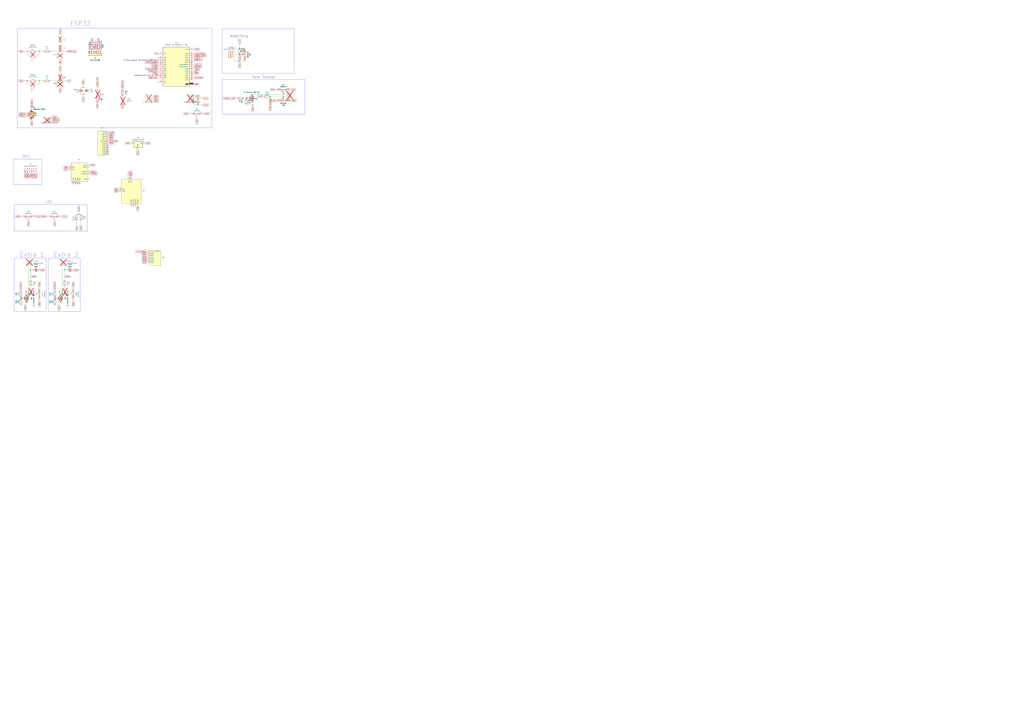
<source format=kicad_sch>
(kicad_sch
	(version 20250114)
	(generator "eeschema")
	(generator_version "9.0")
	(uuid "c26e8d55-0b6e-4c4e-b7c8-b1fed973201c")
	(paper "A0")
	(title_block
		(title "Plant Controller")
		(date "2020-12-21")
		(rev "0.4a")
		(company "C3MA")
	)
	
	(rectangle
		(start 16.51 237.744)
		(end 101.346 268.732)
		(stroke
			(width 0)
			(type default)
		)
		(fill
			(type none)
		)
		(uuid 1ed1aee0-8efb-486a-a550-066a86d5c669)
	)
	(rectangle
		(start 257.81 33.274)
		(end 341.63 85.344)
		(stroke
			(width 0)
			(type default)
		)
		(fill
			(type none)
		)
		(uuid 233c0351-cfd2-4f9e-b811-79c52fcb584d)
	)
	(rectangle
		(start 20.066 32.766)
		(end 246.126 148.59)
		(stroke
			(width 0)
			(type default)
		)
		(fill
			(type none)
		)
		(uuid 3a95b9e0-53dd-4840-b8fb-c11074eed081)
	)
	(rectangle
		(start 257.937 92.329)
		(end 354.076 132.715)
		(stroke
			(width 0)
			(type default)
		)
		(fill
			(type none)
		)
		(uuid 401e2773-4d08-4857-a7c2-f2ab6055fbac)
	)
	(rectangle
		(start 56.134 299.72)
		(end 92.964 361.95)
		(stroke
			(width 0)
			(type default)
		)
		(fill
			(type none)
		)
		(uuid 4b87a272-0a96-40f8-a42c-0bb4a8b95af2)
	)
	(rectangle
		(start 16.764 299.72)
		(end 53.594 361.95)
		(stroke
			(width 0)
			(type default)
		)
		(fill
			(type none)
		)
		(uuid 9180d8ab-03ef-414a-9b16-36a21edb22c2)
	)
	(rectangle
		(start 15.748 184.912)
		(end 48.26 214.63)
		(stroke
			(width 0)
			(type default)
		)
		(fill
			(type none)
		)
		(uuid f1cb09e6-74b4-43c4-8247-c9f441069dc5)
	)
	(text "To Allow Wakeup via interrupt"
		(exclude_from_sim no)
		(at 157.734 70.104 0)
		(effects
			(font
				(size 1.27 1.27)
			)
		)
		(uuid "2a2b2787-1ab7-4400-91a4-ad0dd84a1701")
	)
	(text "ESP32"
		(exclude_from_sim no)
		(at 81.28 30.48 0)
		(effects
			(font
				(size 5 5)
			)
			(justify left bottom)
		)
		(uuid "3279e749-d62b-45dc-920c-a4d4fc61f21f")
	)
	(text "Tank Sensor"
		(exclude_from_sim no)
		(at 292.1 91.44 0)
		(effects
			(font
				(size 3 3)
			)
			(justify left bottom)
		)
		(uuid "45d00ce1-d24d-4745-b54e-c4c2e50e0191")
	)
	(text "WaterTemp"
		(exclude_from_sim no)
		(at 266.954 43.688 0)
		(effects
			(font
				(size 2.667 2.667)
			)
			(justify left bottom)
		)
		(uuid "59c9990c-80fa-43e9-8e04-020dc8e86397")
	)
	(text "strapping pint must be high"
		(exclude_from_sim no)
		(at 169.672 87.63 0)
		(effects
			(font
				(size 1.27 1.27)
			)
		)
		(uuid "7b27cd3b-0694-416b-8a4d-db02b61ad3f5")
	)
	(text "Extra 2"
		(exclude_from_sim no)
		(at 61.976 299.212 0)
		(effects
			(font
				(size 5.2578 5.2578)
			)
			(justify left bottom)
		)
		(uuid "7d4d3c2e-0309-4db4-bb1b-ebcee691b404")
	)
	(text "I2C\n"
		(exclude_from_sim no)
		(at 53.34 236.728 0)
		(effects
			(font
				(size 3 3)
			)
			(justify left bottom)
		)
		(uuid "7ded9190-4a97-4053-98a7-9fc80b60531c")
	)
	(text "RTC"
		(exclude_from_sim no)
		(at 26.416 184.15 0)
		(effects
			(font
				(size 3 3)
			)
			(justify left bottom)
		)
		(uuid "9240960d-2696-4574-a275-d22681c8f19f")
	)
	(text "Extra 1"
		(exclude_from_sim no)
		(at 22.606 299.212 0)
		(effects
			(font
				(size 5.2578 5.2578)
			)
			(justify left bottom)
		)
		(uuid "bb806151-ed93-4260-a513-d3f8a6d3ffec")
	)
	(junction
		(at 31.75 59.69)
		(diameter 0)
		(color 0 0 0 0)
		(uuid "0c801748-df91-4145-83f3-9b19cb585cd0")
	)
	(junction
		(at 35.56 341.63)
		(diameter 0)
		(color 0 0 0 0)
		(uuid "2bef4bea-bb62-4daf-b15b-75895c8a59b4")
	)
	(junction
		(at 33.02 341.63)
		(diameter 0)
		(color 0 0 0 0)
		(uuid "2bf0bdd6-2ca0-4de5-a401-4629c798d1e3")
	)
	(junction
		(at 336.55 116.84)
		(diameter 0)
		(color 0 0 0 0)
		(uuid "38cdf507-3384-427d-b32f-3fb3e5d7998b")
	)
	(junction
		(at 69.85 59.69)
		(diameter 0)
		(color 0 0 0 0)
		(uuid "44bf766d-2222-4637-ada1-6cbff94abbf8")
	)
	(junction
		(at 278.13 63.5)
		(diameter 0)
		(color 0 0 0 0)
		(uuid "46c0ba75-4154-464f-9e5c-4307b07d2698")
	)
	(junction
		(at 91.44 248.92)
		(diameter 0)
		(color 0 0 0 0)
		(uuid "59cefdea-f0fc-4a2c-8ab5-1fb284bbff64")
	)
	(junction
		(at 35.56 313.69)
		(diameter 0)
		(color 0 0 0 0)
		(uuid "7c4ad104-5060-4b7f-8d45-809ed7f43289")
	)
	(junction
		(at 229.87 121.92)
		(diameter 0)
		(color 0 0 0 0)
		(uuid "80d65bc6-dba9-4812-bdea-0cc2f75d7859")
	)
	(junction
		(at 45.72 59.69)
		(diameter 0)
		(color 0 0 0 0)
		(uuid "a3104c80-278d-416a-b409-fd08d784c6c7")
	)
	(junction
		(at 293.37 121.92)
		(diameter 0)
		(color 0 0 0 0)
		(uuid "a9f9fd58-5fa0-4a3e-95c3-fc0252fa5af0")
	)
	(junction
		(at 285.75 114.3)
		(diameter 0)
		(color 0 0 0 0)
		(uuid "b0e4d6c4-9f37-4b7c-a61f-79c11d6c2915")
	)
	(junction
		(at 328.93 109.22)
		(diameter 0)
		(color 0 0 0 0)
		(uuid "b45885ae-1b76-41c5-80ca-f3da7767748a")
	)
	(junction
		(at 24.13 346.71)
		(diameter 0)
		(color 0 0 0 0)
		(uuid "c29ddec9-e0e6-459d-aa76-01ba1da21bc6")
	)
	(junction
		(at 45.72 93.98)
		(diameter 0)
		(color 0 0 0 0)
		(uuid "c39add44-ba76-41fb-8f18-28fa0366e282")
	)
	(junction
		(at 72.39 341.63)
		(diameter 0)
		(color 0 0 0 0)
		(uuid "cd5c9130-70fb-4c6b-8ad5-eb6ea3ac0bdb")
	)
	(junction
		(at 31.75 93.98)
		(diameter 0)
		(color 0 0 0 0)
		(uuid "d2b0a197-1410-44de-bdc3-e63959ff5b39")
	)
	(junction
		(at 313.69 111.76)
		(diameter 0)
		(color 0 0 0 0)
		(uuid "d5a62d30-8595-4b2d-b77f-2c8c05e3af0b")
	)
	(junction
		(at 278.13 71.12)
		(diameter 0)
		(color 0 0 0 0)
		(uuid "d799f9e7-9ba0-4c73-ab01-d2e64da7f370")
	)
	(junction
		(at 229.87 114.3)
		(diameter 0)
		(color 0 0 0 0)
		(uuid "d87ec7ee-a984-4873-af6a-591dbaf9505a")
	)
	(junction
		(at 74.93 313.69)
		(diameter 0)
		(color 0 0 0 0)
		(uuid "db211aab-6cf1-4a4c-b2bd-2355f82384e0")
	)
	(junction
		(at 328.93 111.76)
		(diameter 0)
		(color 0 0 0 0)
		(uuid "df6d7758-99c5-489b-9654-8c13c4c38e3d")
	)
	(junction
		(at 278.13 55.88)
		(diameter 0)
		(color 0 0 0 0)
		(uuid "e02eebd3-438f-4aea-a333-95525a446142")
	)
	(junction
		(at 96.52 109.22)
		(diameter 0)
		(color 0 0 0 0)
		(uuid "eccbfa59-0c6d-47df-8d18-db1d8a427072")
	)
	(junction
		(at 69.85 93.98)
		(diameter 0)
		(color 0 0 0 0)
		(uuid "ed603a96-a752-490d-9f6b-e11a5c28a267")
	)
	(junction
		(at 96.52 101.6)
		(diameter 0)
		(color 0 0 0 0)
		(uuid "f1a67806-2122-488a-be9e-3def99cac9b4")
	)
	(junction
		(at 74.93 341.63)
		(diameter 0)
		(color 0 0 0 0)
		(uuid "f411ed64-9cd8-41e6-9c45-19388dc3fd14")
	)
	(junction
		(at 63.5 346.71)
		(diameter 0)
		(color 0 0 0 0)
		(uuid "fb2b919c-6424-4e40-bed3-beeb848f4f99")
	)
	(no_connect
		(at 125.73 171.45)
		(uuid "042a3c4f-fc7c-485c-aabe-1c632984d65c")
	)
	(no_connect
		(at 31.75 200.66)
		(uuid "133b7027-41a1-4e09-a1e6-24d8bb033b2a")
	)
	(no_connect
		(at 87.63 213.36)
		(uuid "1fef6aa9-e16e-4e30-ab2e-e5c200731dbd")
	)
	(no_connect
		(at 125.73 168.91)
		(uuid "220cb3ea-a614-400f-bc7e-e4f25676ccde")
	)
	(no_connect
		(at 125.73 179.07)
		(uuid "2d6d2844-0bae-404d-983e-7920a21aa69d")
	)
	(no_connect
		(at 184.15 67.31)
		(uuid "6d645bf1-339f-4b38-a26a-bdd168ca591e")
	)
	(no_connect
		(at 41.91 134.62)
		(uuid "6e3bf7f5-ac34-42e8-8ef5-a375f9ec4670")
	)
	(no_connect
		(at 157.48 238.76)
		(uuid "7306569b-013d-498d-a395-a72e41ebb18e")
	)
	(no_connect
		(at 90.17 213.36)
		(uuid "75413bf3-b323-4714-939b-59525bfb8740")
	)
	(no_connect
		(at 85.09 213.36)
		(uuid "846877b5-837c-45e1-a696-bb6e3ba13626")
	)
	(no_connect
		(at 125.73 176.53)
		(uuid "a8390fcb-9988-423b-8423-db0e0be81954")
	)
	(no_connect
		(at 29.21 200.66)
		(uuid "a8b1637e-8d2e-4941-b9bd-532be9ff9ba7")
	)
	(no_connect
		(at 92.71 213.36)
		(uuid "ae780baf-89ea-432c-ab88-1d97b3aa7029")
	)
	(no_connect
		(at 125.73 173.99)
		(uuid "bda4f916-338e-4b7c-b30e-30438aa9ebae")
	)
	(no_connect
		(at 154.94 238.76)
		(uuid "d755452d-1411-464e-b45d-aeadcafbc55d")
	)
	(no_connect
		(at 41.91 132.08)
		(uuid "d86b8e60-6beb-4fca-8d73-f997d63653a6")
	)
	(no_connect
		(at 152.4 238.76)
		(uuid "dba3f3cc-ab19-443f-be00-7fe172f57b00")
	)
	(no_connect
		(at 184.15 87.63)
		(uuid "f3c5dacd-33c5-408d-ad7a-be143502967e")
	)
	(wire
		(pts
			(xy 41.91 63.5) (xy 45.72 63.5)
		)
		(stroke
			(width 0)
			(type default)
		)
		(uuid "0177a789-58ee-4342-a75b-6dc9759a0292")
	)
	(wire
		(pts
			(xy 74.93 341.63) (xy 80.01 341.63)
		)
		(stroke
			(width 0)
			(type default)
		)
		(uuid "120ebb1b-6e37-49ed-b620-6eb109e270e3")
	)
	(wire
		(pts
			(xy 71.12 351.79) (xy 68.58 351.79)
		)
		(stroke
			(width 0)
			(type default)
		)
		(uuid "12d48094-20d6-4dd4-9b87-9b37592b7583")
	)
	(wire
		(pts
			(xy 96.52 109.22) (xy 96.52 111.76)
		)
		(stroke
			(width 0)
			(type default)
		)
		(uuid "1ab70c7f-b32b-445d-9855-6db940558137")
	)
	(wire
		(pts
			(xy 43.18 59.69) (xy 45.72 59.69)
		)
		(stroke
			(width 0)
			(type default)
		)
		(uuid "1ca63fb6-baf6-4191-bb5e-78a70eea690f")
	)
	(wire
		(pts
			(xy 229.87 114.3) (xy 234.95 114.3)
		)
		(stroke
			(width 0)
			(type default)
		)
		(uuid "1ee75389-371d-4303-a4c9-a6fef7dc46c8")
	)
	(wire
		(pts
			(xy 69.85 93.98) (xy 77.47 93.98)
		)
		(stroke
			(width 0)
			(type default)
		)
		(uuid "21cbfe94-5ca9-4e05-91f8-af8286db52f0")
	)
	(wire
		(pts
			(xy 275.59 114.3) (xy 274.32 114.3)
		)
		(stroke
			(width 0)
			(type default)
		)
		(uuid "2b5e2002-4910-4b28-b2af-64df078c8f37")
	)
	(wire
		(pts
			(xy 24.13 345.44) (xy 24.13 346.71)
		)
		(stroke
			(width 0)
			(type default)
		)
		(uuid "2daf10fb-bf25-4624-8b12-9ecb2739a811")
	)
	(wire
		(pts
			(xy 34.29 97.79) (xy 31.75 97.79)
		)
		(stroke
			(width 0)
			(type default)
		)
		(uuid "31699884-19e8-4f5a-acb0-7aab16d601da")
	)
	(wire
		(pts
			(xy 45.72 63.5) (xy 45.72 59.69)
		)
		(stroke
			(width 0)
			(type default)
		)
		(uuid "31bf5f35-13b7-4fbb-8116-6685511be1f0")
	)
	(wire
		(pts
			(xy 29.21 351.79) (xy 29.21 354.33)
		)
		(stroke
			(width 0)
			(type default)
		)
		(uuid "31ffa7ad-1b60-4f81-a75d-759e6c99fc66")
	)
	(wire
		(pts
			(xy 35.56 313.69) (xy 35.56 309.88)
		)
		(stroke
			(width 0)
			(type default)
		)
		(uuid "3485c98e-42fd-4962-baeb-f49dc1271407")
	)
	(wire
		(pts
			(xy 278.13 52.07) (xy 278.13 55.88)
		)
		(stroke
			(width 0)
			(type default)
		)
		(uuid "36492ecb-e83c-44ed-bce9-108634ac94ff")
	)
	(wire
		(pts
			(xy 35.56 341.63) (xy 40.64 341.63)
		)
		(stroke
			(width 0)
			(type default)
		)
		(uuid "398bc1ad-11e7-49fc-bab0-36ac7dcafc65")
	)
	(wire
		(pts
			(xy 31.75 351.79) (xy 29.21 351.79)
		)
		(stroke
			(width 0)
			(type default)
		)
		(uuid "3a08e8bf-f632-4ee9-8c81-38720a917cf3")
	)
	(wire
		(pts
			(xy 96.52 101.6) (xy 100.33 101.6)
		)
		(stroke
			(width 0)
			(type default)
		)
		(uuid "3dce1630-8f07-4681-bb48-60204f907b65")
	)
	(wire
		(pts
			(xy 74.93 313.69) (xy 74.93 325.12)
		)
		(stroke
			(width 0)
			(type default)
		)
		(uuid "3ff42459-900c-4649-bbc4-ab8737f50082")
	)
	(wire
		(pts
			(xy 72.39 309.88) (xy 72.39 341.63)
		)
		(stroke
			(width 0)
			(type default)
		)
		(uuid "44ae3783-0bc5-433b-8db2-8b8f87531e12")
	)
	(wire
		(pts
			(xy 226.06 114.3) (xy 229.87 114.3)
		)
		(stroke
			(width 0)
			(type default)
		)
		(uuid "44b868eb-c1c8-4396-a25b-1ed4bffa5df2")
	)
	(wire
		(pts
			(xy 271.78 55.88) (xy 278.13 55.88)
		)
		(stroke
			(width 0)
			(type default)
		)
		(uuid "466941da-e72c-4754-9ae3-e5f3e0803017")
	)
	(wire
		(pts
			(xy 320.04 104.14) (xy 321.31 104.14)
		)
		(stroke
			(width 0)
			(type default)
		)
		(uuid "4763bbcb-eda9-4ab0-ad66-1b29bb694dd2")
	)
	(wire
		(pts
			(xy 31.75 59.69) (xy 33.02 59.69)
		)
		(stroke
			(width 0)
			(type default)
		)
		(uuid "483615ee-41ef-48f3-bab8-747913a3b96f")
	)
	(wire
		(pts
			(xy 74.93 313.69) (xy 74.93 309.88)
		)
		(stroke
			(width 0)
			(type default)
		)
		(uuid "4856e7d5-dad7-4499-8e48-3f7304874107")
	)
	(wire
		(pts
			(xy 35.56 313.69) (xy 38.1 313.69)
		)
		(stroke
			(width 0)
			(type default)
		)
		(uuid "4abb9a39-702d-4e8c-a8d7-0cf6650dcf1a")
	)
	(wire
		(pts
			(xy 69.85 86.36) (xy 69.85 83.82)
		)
		(stroke
			(width 0)
			(type default)
		)
		(uuid "4bb38bb9-7c08-4826-a42b-21192907f190")
	)
	(wire
		(pts
			(xy 69.85 59.69) (xy 77.47 59.69)
		)
		(stroke
			(width 0)
			(type default)
		)
		(uuid "5256d83b-af0e-4569-b35e-4538fa9f0c95")
	)
	(wire
		(pts
			(xy 31.75 93.98) (xy 31.75 97.79)
		)
		(stroke
			(width 0)
			(type default)
		)
		(uuid "536ecfb7-07b7-4bf3-b53a-4fdb8c0b7f89")
	)
	(wire
		(pts
			(xy 45.72 59.69) (xy 50.8 59.69)
		)
		(stroke
			(width 0)
			(type default)
		)
		(uuid "54ca3150-def0-4bc3-8825-96aab67dcdc1")
	)
	(wire
		(pts
			(xy 69.85 49.53) (xy 69.85 52.07)
		)
		(stroke
			(width 0)
			(type default)
		)
		(uuid "55bd0438-7295-46aa-bd32-0ce2fda20b0b")
	)
	(wire
		(pts
			(xy 293.37 109.22) (xy 328.93 109.22)
		)
		(stroke
			(width 0)
			(type default)
		)
		(uuid "60a62d88-28f4-4168-abad-a0a075987d66")
	)
	(wire
		(pts
			(xy 219.71 132.08) (xy 220.98 132.08)
		)
		(stroke
			(width 0)
			(type default)
		)
		(uuid "62e15c17-7df5-475e-b103-0d4f69dd85c3")
	)
	(wire
		(pts
			(xy 226.06 116.84) (xy 226.06 121.92)
		)
		(stroke
			(width 0)
			(type default)
		)
		(uuid "644eabac-1c27-416e-bf4d-750948deadf2")
	)
	(wire
		(pts
			(xy 27.94 93.98) (xy 31.75 93.98)
		)
		(stroke
			(width 0)
			(type default)
		)
		(uuid "658cd722-822e-4271-af54-fd25a45efbeb")
	)
	(wire
		(pts
			(xy 74.93 334.01) (xy 74.93 332.74)
		)
		(stroke
			(width 0)
			(type default)
		)
		(uuid "666ce09a-0a0c-491a-bb39-4cbbb328181f")
	)
	(wire
		(pts
			(xy 72.39 341.63) (xy 71.12 341.63)
		)
		(stroke
			(width 0)
			(type default)
		)
		(uuid "6d047e78-eceb-4684-ac3f-c76ea2db8034")
	)
	(wire
		(pts
			(xy 69.85 59.69) (xy 69.85 60.96)
		)
		(stroke
			(width 0)
			(type default)
		)
		(uuid "700ef27d-1afc-4474-9c7e-7495dfb2cd41")
	)
	(wire
		(pts
			(xy 91.44 246.38) (xy 91.44 248.92)
		)
		(stroke
			(width 0)
			(type default)
		)
		(uuid "70866635-ddea-48d8-8718-83534d7ee14b")
	)
	(wire
		(pts
			(xy 96.52 99.06) (xy 96.52 101.6)
		)
		(stroke
			(width 0)
			(type default)
		)
		(uuid "722ee4f9-72ec-47c5-8af9-2593b457c9f6")
	)
	(wire
		(pts
			(xy 63.5 345.44) (xy 63.5 346.71)
		)
		(stroke
			(width 0)
			(type default)
		)
		(uuid "74091b03-ef55-4172-9d0a-d152352c23d4")
	)
	(wire
		(pts
			(xy 93.98 101.6) (xy 96.52 101.6)
		)
		(stroke
			(width 0)
			(type default)
		)
		(uuid "74b2227a-fa56-4549-b733-9557b9413712")
	)
	(wire
		(pts
			(xy 45.72 93.98) (xy 45.72 97.79)
		)
		(stroke
			(width 0)
			(type default)
		)
		(uuid "76babe23-9fed-45a3-9579-567c56af29ba")
	)
	(wire
		(pts
			(xy 33.02 341.63) (xy 35.56 341.63)
		)
		(stroke
			(width 0)
			(type default)
		)
		(uuid "79efefe3-2f9a-4adc-8d8e-3d3c4fd080ba")
	)
	(wire
		(pts
			(xy 34.29 63.5) (xy 31.75 63.5)
		)
		(stroke
			(width 0)
			(type default)
		)
		(uuid "7d485185-3d6f-4ba3-a470-0c5cd8a21f08")
	)
	(wire
		(pts
			(xy 31.75 93.98) (xy 33.02 93.98)
		)
		(stroke
			(width 0)
			(type default)
		)
		(uuid "7e0b43c8-36f8-4add-a349-afdc2cb53952")
	)
	(wire
		(pts
			(xy 271.78 71.12) (xy 278.13 71.12)
		)
		(stroke
			(width 0)
			(type default)
		)
		(uuid "80434ffa-f919-4d72-8038-56a22544dbf9")
	)
	(wire
		(pts
			(xy 93.98 109.22) (xy 96.52 109.22)
		)
		(stroke
			(width 0)
			(type default)
		)
		(uuid "8407ac68-3faf-4589-b1de-98116c7b6a4f")
	)
	(wire
		(pts
			(xy 278.13 63.5) (xy 279.4 63.5)
		)
		(stroke
			(width 0)
			(type default)
		)
		(uuid "85d1d84c-fd22-4545-baea-ced839ab08b1")
	)
	(wire
		(pts
			(xy 24.13 251.46) (xy 25.4 251.46)
		)
		(stroke
			(width 0)
			(type default)
		)
		(uuid "8c027af5-0ec1-4c51-959c-ea99286f05f4")
	)
	(wire
		(pts
			(xy 113.03 101.6) (xy 113.03 104.14)
		)
		(stroke
			(width 0)
			(type default)
		)
		(uuid "906456f1-74dc-4cc0-8aa6-e1b12a5b0326")
	)
	(wire
		(pts
			(xy 271.78 66.04) (xy 271.78 71.12)
		)
		(stroke
			(width 0)
			(type default)
		)
		(uuid "91e75e41-3d05-4931-9e4d-b6a0534378d1")
	)
	(wire
		(pts
			(xy 285.75 121.92) (xy 293.37 121.92)
		)
		(stroke
			(width 0)
			(type default)
		)
		(uuid "91ee550a-c477-47ca-85c9-86517cb173f8")
	)
	(wire
		(pts
			(xy 68.58 351.79) (xy 68.58 354.33)
		)
		(stroke
			(width 0)
			(type default)
		)
		(uuid "93314357-f2cf-4957-a6b1-9d033873da88")
	)
	(wire
		(pts
			(xy 293.37 121.92) (xy 293.37 123.19)
		)
		(stroke
			(width 0)
			(type default)
		)
		(uuid "93c0481b-aacd-483f-a8cc-de3fae8dd8cf")
	)
	(wire
		(pts
			(xy 88.9 256.54) (xy 88.9 261.62)
		)
		(stroke
			(width 0)
			(type default)
		)
		(uuid "93c17db2-793e-4a58-8c7e-ff5af9ec0b01")
	)
	(wire
		(pts
			(xy 226.06 121.92) (xy 229.87 121.92)
		)
		(stroke
			(width 0)
			(type default)
		)
		(uuid "97d339c5-225b-44e6-942d-fe692ed2713c")
	)
	(wire
		(pts
			(xy 278.13 71.12) (xy 284.48 71.12)
		)
		(stroke
			(width 0)
			(type default)
		)
		(uuid "99c7b492-11b3-4968-bb47-e0e498beb4f4")
	)
	(wire
		(pts
			(xy 93.98 261.62) (xy 93.98 256.54)
		)
		(stroke
			(width 0)
			(type default)
		)
		(uuid "a0dea2ad-b1d7-490e-8617-4f6f933c9a95")
	)
	(wire
		(pts
			(xy 58.42 93.98) (xy 69.85 93.98)
		)
		(stroke
			(width 0)
			(type default)
		)
		(uuid "a650c4ef-35d1-41cc-a1b8-2f4d039def3e")
	)
	(wire
		(pts
			(xy 45.72 93.98) (xy 50.8 93.98)
		)
		(stroke
			(width 0)
			(type default)
		)
		(uuid "a6f20c79-82b3-4cbc-a418-b3e892edf979")
	)
	(wire
		(pts
			(xy 229.87 121.92) (xy 234.95 121.92)
		)
		(stroke
			(width 0)
			(type default)
		)
		(uuid "a9a80599-37da-40a1-aecd-15d6cb538347")
	)
	(wire
		(pts
			(xy 41.91 97.79) (xy 45.72 97.79)
		)
		(stroke
			(width 0)
			(type default)
		)
		(uuid "b0727bbf-4aa0-4f1f-a393-5a2444607ca8")
	)
	(wire
		(pts
			(xy 43.18 93.98) (xy 45.72 93.98)
		)
		(stroke
			(width 0)
			(type default)
		)
		(uuid "b34bc502-57b5-42ca-a1e3-e37a6b18fa8a")
	)
	(wire
		(pts
			(xy 293.37 121.92) (xy 293.37 119.38)
		)
		(stroke
			(width 0)
			(type default)
		)
		(uuid "b5a66bcd-3d77-4fc3-a7ef-9522ea59d5b4")
	)
	(wire
		(pts
			(xy 278.13 71.12) (xy 278.13 72.39)
		)
		(stroke
			(width 0)
			(type default)
		)
		(uuid "b8e1344d-eebb-405e-bf45-bf7286818846")
	)
	(wire
		(pts
			(xy 72.39 341.63) (xy 74.93 341.63)
		)
		(stroke
			(width 0)
			(type default)
		)
		(uuid "bcbdfbfe-813b-406c-8e78-ecf377694e4b")
	)
	(wire
		(pts
			(xy 278.13 55.88) (xy 284.48 55.88)
		)
		(stroke
			(width 0)
			(type default)
		)
		(uuid "c3c4e6a5-ffd0-4949-b1ed-9dbac4816a31")
	)
	(wire
		(pts
			(xy 31.75 63.5) (xy 31.75 59.69)
		)
		(stroke
			(width 0)
			(type default)
		)
		(uuid "c64f7182-b1d1-414b-8311-bf9c8def56b0")
	)
	(wire
		(pts
			(xy 27.94 59.69) (xy 31.75 59.69)
		)
		(stroke
			(width 0)
			(type default)
		)
		(uuid "c80e2422-7139-49dc-b3f9-625263c3cdf8")
	)
	(wire
		(pts
			(xy 313.69 111.76) (xy 313.69 113.03)
		)
		(stroke
			(width 0)
			(type default)
		)
		(uuid "d015eee5-e700-4aae-9740-7584ac86f2dc")
	)
	(wire
		(pts
			(xy 69.85 40.64) (xy 69.85 41.91)
		)
		(stroke
			(width 0)
			(type default)
		)
		(uuid "d32bf4e8-ecff-4ac9-ad29-ae1c8bda82d7")
	)
	(wire
		(pts
			(xy 33.02 341.63) (xy 31.75 341.63)
		)
		(stroke
			(width 0)
			(type default)
		)
		(uuid "d3a8bba0-f6b8-492c-bd32-cf4f52b3a460")
	)
	(wire
		(pts
			(xy 271.78 60.96) (xy 271.78 55.88)
		)
		(stroke
			(width 0)
			(type default)
		)
		(uuid "db1449f4-7508-4d35-a59d-651f6bb67398")
	)
	(wire
		(pts
			(xy 68.58 354.33) (xy 63.5 354.33)
		)
		(stroke
			(width 0)
			(type default)
		)
		(uuid "de6ae241-6a11-4acc-aa73-4a79d3e05390")
	)
	(wire
		(pts
			(xy 328.93 111.76) (xy 331.47 111.76)
		)
		(stroke
			(width 0)
			(type default)
		)
		(uuid "e1cb434d-ad4f-4f8f-9de9-d90ae9cd1c77")
	)
	(wire
		(pts
			(xy 283.21 114.3) (xy 285.75 114.3)
		)
		(stroke
			(width 0)
			(type default)
		)
		(uuid "e2df7712-ab61-410a-b1b8-e5fe74794534")
	)
	(wire
		(pts
			(xy 54.61 251.46) (xy 55.88 251.46)
		)
		(stroke
			(width 0)
			(type default)
		)
		(uuid "e3114c64-3a58-46b0-a670-c83661c7de49")
	)
	(wire
		(pts
			(xy 313.69 111.76) (xy 328.93 111.76)
		)
		(stroke
			(width 0)
			(type default)
		)
		(uuid "ed1859d2-f596-4cb5-a5ad-7acc9d34a435")
	)
	(wire
		(pts
			(xy 35.56 313.69) (xy 35.56 325.12)
		)
		(stroke
			(width 0)
			(type default)
		)
		(uuid "ed1fd11f-d09d-48a9-9ccc-935ebda3f31e")
	)
	(wire
		(pts
			(xy 58.42 59.69) (xy 69.85 59.69)
		)
		(stroke
			(width 0)
			(type default)
		)
		(uuid "efe43904-6098-445c-abdc-2bc8ca9294e5")
	)
	(wire
		(pts
			(xy 328.93 109.22) (xy 331.47 109.22)
		)
		(stroke
			(width 0)
			(type default)
		)
		(uuid "f0fe1774-fe0e-4df8-8b74-3ff52c87b757")
	)
	(wire
		(pts
			(xy 337.82 116.84) (xy 336.55 116.84)
		)
		(stroke
			(width 0)
			(type default)
		)
		(uuid "f1a50e89-e842-4523-8212-2d0c94809628")
	)
	(wire
		(pts
			(xy 96.52 109.22) (xy 100.33 109.22)
		)
		(stroke
			(width 0)
			(type default)
		)
		(uuid "f1c085fa-3dc9-4e20-974e-d9de9c622474")
	)
	(wire
		(pts
			(xy 29.21 354.33) (xy 24.13 354.33)
		)
		(stroke
			(width 0)
			(type default)
		)
		(uuid "f2e01eb8-dda0-4f4c-a50c-8fd5751acfb1")
	)
	(wire
		(pts
			(xy 35.56 334.01) (xy 35.56 332.74)
		)
		(stroke
			(width 0)
			(type default)
		)
		(uuid "f3bf6e36-aa7c-4ac8-8639-188ecb6b8e30")
	)
	(wire
		(pts
			(xy 88.9 248.92) (xy 91.44 248.92)
		)
		(stroke
			(width 0)
			(type default)
		)
		(uuid "f5e7d45d-4790-4305-9401-f604f4076991")
	)
	(wire
		(pts
			(xy 271.78 63.5) (xy 278.13 63.5)
		)
		(stroke
			(width 0)
			(type default)
		)
		(uuid "f9c01c92-19e3-4daa-9743-ed08778d5561")
	)
	(wire
		(pts
			(xy 33.02 309.88) (xy 33.02 341.63)
		)
		(stroke
			(width 0)
			(type default)
		)
		(uuid "fa43ccc0-370c-4fdb-a0d8-dd3f4f7e79e7")
	)
	(wire
		(pts
			(xy 74.93 313.69) (xy 77.47 313.69)
		)
		(stroke
			(width 0)
			(type default)
		)
		(uuid "fcaf42a8-4767-4fa9-907c-897f08df9f9c")
	)
	(wire
		(pts
			(xy 91.44 248.92) (xy 93.98 248.92)
		)
		(stroke
			(width 0)
			(type default)
		)
		(uuid "ff6dab05-366f-49e5-b875-92ab1629809b")
	)
	(global_label "GND"
		(shape input)
		(at 85.09 334.01 90)
		(fields_autoplaced yes)
		(effects
			(font
				(size 1.27 1.27)
			)
			(justify left)
		)
		(uuid "01f0ce47-812c-4593-960f-ca9592317683")
		(property "Intersheetrefs" "${INTERSHEET_REFS}"
			(at 85.09 327.1543 90)
			(effects
				(font
					(size 1.27 1.27)
				)
				(justify left)
				(hide yes)
			)
		)
	)
	(global_label "TANK_SENSOR"
		(shape input)
		(at 184.15 80.01 180)
		(fields_autoplaced yes)
		(effects
			(font
				(size 1.27 1.27)
			)
			(justify right)
		)
		(uuid "0277878d-a4a6-4231-8b67-d156df63670e")
		(property "Intersheetrefs" "${INTERSHEET_REFS}"
			(at 168.6957 80.01 0)
			(effects
				(font
					(size 1.27 1.27)
				)
				(justify right)
				(hide yes)
			)
		)
	)
	(global_label "GND"
		(shape input)
		(at 337.82 116.84 0)
		(fields_autoplaced yes)
		(effects
			(font
				(size 1.27 1.27)
			)
			(justify left)
		)
		(uuid "05c81bef-81a5-4a36-ab49-e60fb7156524")
		(property "Intersheetrefs" "${INTERSHEET_REFS}"
			(at 343.9421 116.84 0)
			(effects
				(font
					(size 1.27 1.27)
				)
				(justify left)
				(hide yes)
			)
		)
	)
	(global_label "3_3V"
		(shape input)
		(at 321.31 116.84 180)
		(fields_autoplaced yes)
		(effects
			(font
				(size 1.27 1.27)
			)
			(justify right)
		)
		(uuid "05d6d37f-4aa5-4dd8-a14c-e60a7d890ed1")
		(property "Intersheetrefs" "${INTERSHEET_REFS}"
			(at 314.5832 116.84 0)
			(effects
				(font
					(size 1.27 1.27)
				)
				(justify right)
				(hide yes)
			)
		)
	)
	(global_label "VBAT"
		(shape input)
		(at 152.4 205.74 90)
		(fields_autoplaced yes)
		(effects
			(font
				(size 1.27 1.27)
			)
			(justify left)
		)
		(uuid "06c8a595-7bf2-4dd7-a4f0-ac17b2d46649")
		(property "Intersheetrefs" "${INTERSHEET_REFS}"
			(at 152.4 198.9942 90)
			(effects
				(font
					(size 1.27 1.27)
				)
				(justify left)
				(hide yes)
			)
		)
	)
	(global_label "GND"
		(shape input)
		(at 320.04 104.14 180)
		(fields_autoplaced yes)
		(effects
			(font
				(size 1.27 1.27)
			)
			(justify right)
		)
		(uuid "07eb776c-3b6c-493d-938d-f5eeb93bb30f")
		(property "Intersheetrefs" "${INTERSHEET_REFS}"
			(at 313.9179 104.14 0)
			(effects
				(font
					(size 1.27 1.27)
				)
				(justify right)
				(hide yes)
			)
		)
	)
	(global_label "GND"
		(shape input)
		(at 96.52 99.06 90)
		(fields_autoplaced yes)
		(effects
			(font
				(size 1.27 1.27)
			)
			(justify left)
		)
		(uuid "07f2735a-5fa4-495f-a960-1a2fafe677bd")
		(property "Intersheetrefs" "${INTERSHEET_REFS}"
			(at 96.52 92.9379 90)
			(effects
				(font
					(size 1.27 1.27)
				)
				(justify left)
				(hide yes)
			)
		)
	)
	(global_label "3_3V"
		(shape input)
		(at 149.86 205.74 90)
		(fields_autoplaced yes)
		(effects
			(font
				(size 1.27 1.27)
			)
			(justify left)
		)
		(uuid "09a7e979-4a18-4d80-a7c2-c9c10cdbfd9d")
		(property "Intersheetrefs" "${INTERSHEET_REFS}"
			(at 149.86 198.9338 90)
			(effects
				(font
					(size 1.27 1.27)
				)
				(justify left)
				(hide yes)
			)
		)
	)
	(global_label "GND"
		(shape input)
		(at 226.06 111.76 0)
		(fields_autoplaced yes)
		(effects
			(font
				(size 1.27 1.27)
			)
			(justify left)
		)
		(uuid "09df9ed6-1e8f-41ca-830c-ab300f318c83")
		(property "Intersheetrefs" "${INTERSHEET_REFS}"
			(at 232.2615 111.76 0)
			(effects
				(font
					(size 1.27 1.27)
				)
				(justify left)
				(hide yes)
			)
		)
	)
	(global_label "Charge"
		(shape input)
		(at 184.15 74.93 180)
		(fields_autoplaced yes)
		(effects
			(font
				(size 1.27 1.27)
			)
			(justify right)
		)
		(uuid "0d0161bc-7240-4eee-8726-d1822cffb0f6")
		(property "Intersheetrefs" "${INTERSHEET_REFS}"
			(at 175.2272 74.93 0)
			(effects
				(font
					(size 1.27 1.27)
				)
				(justify right)
				(hide yes)
			)
		)
	)
	(global_label "USB_D-"
		(shape input)
		(at 109.22 58.42 90)
		(fields_autoplaced yes)
		(effects
			(font
				(size 1.27 1.27)
			)
			(justify left)
		)
		(uuid "0d994ccb-a63f-4416-9894-9ddfda536836")
		(property "Intersheetrefs" "${INTERSHEET_REFS}"
			(at 109.22 48.469 90)
			(effects
				(font
					(size 1.27 1.27)
				)
				(justify left)
				(hide yes)
			)
		)
	)
	(global_label "LED_ENABLE"
		(shape input)
		(at 171.45 292.1 180)
		(fields_autoplaced yes)
		(effects
			(font
				(size 1.27 1.27)
			)
			(justify right)
		)
		(uuid "11cc9fe3-80f4-40f0-bfcd-ee01b4fd2a55")
		(property "Intersheetrefs" "${INTERSHEET_REFS}"
			(at 157.6891 292.1 0)
			(effects
				(font
					(size 1.27 1.27)
				)
				(justify right)
				(hide yes)
			)
		)
	)
	(global_label "SDA"
		(shape input)
		(at 36.83 200.66 270)
		(fields_autoplaced yes)
		(effects
			(font
				(size 1.27 1.27)
			)
			(justify right)
		)
		(uuid "15df726b-dd98-4aca-996c-07a91cdb9d7a")
		(property "Intersheetrefs" "${INTERSHEET_REFS}"
			(at 36.83 206.5591 90)
			(effects
				(font
					(size 1.27 1.27)
				)
				(justify right)
				(hide yes)
			)
		)
	)
	(global_label "GND"
		(shape input)
		(at 171.45 297.18 180)
		(fields_autoplaced yes)
		(effects
			(font
				(size 1.27 1.27)
			)
			(justify right)
		)
		(uuid "1acf831d-2a29-4a4e-a38c-6e35bf2b277f")
		(property "Intersheetrefs" "${INTERSHEET_REFS}"
			(at 165.2485 297.18 0)
			(effects
				(font
					(size 1.27 1.27)
				)
				(justify right)
				(hide yes)
			)
		)
	)
	(global_label "SDA"
		(shape input)
		(at 177.8 116.84 0)
		(fields_autoplaced yes)
		(effects
			(font
				(size 1.27 1.27)
			)
			(justify left)
		)
		(uuid "1c205131-2195-4fc5-98ca-0cab3ff1b276")
		(property "Intersheetrefs" "${INTERSHEET_REFS}"
			(at 183.6197 116.84 0)
			(effects
				(font
					(size 1.27 1.27)
				)
				(justify left)
				(hide yes)
			)
		)
	)
	(global_label "GND"
		(shape input)
		(at 293.37 123.19 270)
		(fields_autoplaced yes)
		(effects
			(font
				(size 1.27 1.27)
			)
			(justify right)
		)
		(uuid "20826301-241c-4b61-8480-c1231645cf78")
		(property "Intersheetrefs" "${INTERSHEET_REFS}"
			(at 293.37 129.3121 90)
			(effects
				(font
					(size 1.27 1.27)
				)
				(justify right)
				(hide yes)
			)
		)
	)
	(global_label "VBAT"
		(shape input)
		(at 85.09 349.25 270)
		(fields_autoplaced yes)
		(effects
			(font
				(size 1.27 1.27)
			)
			(justify right)
		)
		(uuid "23c912c6-12c3-411c-bd7f-baaa5f29c31c")
		(property "Intersheetrefs" "${INTERSHEET_REFS}"
			(at 85.09 356.65 90)
			(effects
				(font
					(size 1.27 1.27)
				)
				(justify right)
				(hide yes)
			)
		)
	)
	(global_label "GND"
		(shape input)
		(at 24.13 251.46 180)
		(fields_autoplaced yes)
		(effects
			(font
				(size 1.27 1.27)
			)
			(justify right)
		)
		(uuid "29a5ca9f-ceff-4d1f-9d68-01494322a3e8")
		(property "Intersheetrefs" "${INTERSHEET_REFS}"
			(at 18.0079 251.46 0)
			(effects
				(font
					(size 1.27 1.27)
				)
				(justify right)
				(hide yes)
			)
		)
	)
	(global_label "USB_BUS"
		(shape input)
		(at 36.83 127 90)
		(fields_autoplaced yes)
		(effects
			(font
				(size 1.27 1.27)
			)
			(justify left)
		)
		(uuid "2c73b682-c34d-4be6-90ef-25750bdd4b53")
		(property "Intersheetrefs" "${INTERSHEET_REFS}"
			(at 36.83 116.0814 90)
			(effects
				(font
					(size 1.27 1.27)
				)
				(justify left)
				(hide yes)
			)
		)
	)
	(global_label "PUMP_ENABLE"
		(shape input)
		(at 184.15 72.39 180)
		(fields_autoplaced yes)
		(effects
			(font
				(size 1.27 1.27)
			)
			(justify right)
		)
		(uuid "2e795b18-a106-4105-bbb4-8c45273e4987")
		(property "Intersheetrefs" "${INTERSHEET_REFS}"
			(at 168.5143 72.39 0)
			(effects
				(font
					(size 1.27 1.27)
				)
				(justify right)
				(hide yes)
			)
		)
	)
	(global_label "SDA"
		(shape input)
		(at 224.79 85.09 0)
		(fields_autoplaced yes)
		(effects
			(font
				(size 1.27 1.27)
			)
			(justify left)
		)
		(uuid "2eebddac-8c2f-4574-8648-38ee33af1472")
		(property "Intersheetrefs" "${INTERSHEET_REFS}"
			(at 230.6891 85.09 0)
			(effects
				(font
					(size 1.27 1.27)
				)
				(justify left)
				(hide yes)
			)
		)
	)
	(global_label "GND"
		(shape input)
		(at 160.02 173.99 270)
		(fields_autoplaced yes)
		(effects
			(font
				(size 1.27 1.27)
			)
			(justify right)
		)
		(uuid "300650e6-036d-445a-a054-e0480cee81f6")
		(property "Intersheetrefs" "${INTERSHEET_REFS}"
			(at 160.02 180.1915 90)
			(effects
				(font
					(size 1.27 1.27)
				)
				(justify right)
				(hide yes)
			)
		)
	)
	(global_label "WORKING"
		(shape input)
		(at 142.24 104.14 90)
		(fields_autoplaced yes)
		(effects
			(font
				(size 1.27 1.27)
			)
			(justify left)
		)
		(uuid "303310f5-7f76-473a-84ff-825ecc4bddd1")
		(property "Intersheetrefs" "${INTERSHEET_REFS}"
			(at 142.24 93.2818 90)
			(effects
				(font
					(size 1.27 1.27)
				)
				(justify left)
				(hide yes)
			)
		)
	)
	(global_label "FLOW"
		(shape input)
		(at 228.6 137.16 270)
		(fields_autoplaced yes)
		(effects
			(font
				(size 1.27 1.27)
			)
			(justify right)
		)
		(uuid "34231fa6-ab62-4cfa-828a-b9604edabdea")
		(property "Intersheetrefs" "${INTERSHEET_REFS}"
			(at 228.6 144.3896 90)
			(effects
				(font
					(size 1.27 1.27)
				)
				(justify right)
				(hide yes)
			)
		)
	)
	(global_label "GND"
		(shape input)
		(at 224.79 97.79 0)
		(fields_autoplaced yes)
		(effects
			(font
				(size 1.27 1.27)
			)
			(justify left)
		)
		(uuid "3952489d-2258-4eb0-b36f-fed0b81dc0f7")
		(property "Intersheetrefs" "${INTERSHEET_REFS}"
			(at 230.9121 97.79 0)
			(effects
				(font
					(size 1.27 1.27)
				)
				(justify left)
				(hide yes)
			)
		)
	)
	(global_label "EXTRA_2"
		(shape input)
		(at 63.5 337.82 90)
		(fields_autoplaced yes)
		(effects
			(font
				(size 1.27 1.27)
			)
			(justify left)
		)
		(uuid "3ab962ab-f8c1-4e7d-ba3a-b62909df85fe")
		(property "Intersheetrefs" "${INTERSHEET_REFS}"
			(at 63.5 327.6272 90)
			(effects
				(font
					(size 1.27 1.27)
				)
				(justify left)
				(hide yes)
			)
		)
	)
	(global_label "GND"
		(shape input)
		(at 171.45 302.26 180)
		(fields_autoplaced yes)
		(effects
			(font
				(size 1.27 1.27)
			)
			(justify right)
		)
		(uuid "3adfe8c5-95ca-4799-9787-aad655ffd5a2")
		(property "Intersheetrefs" "${INTERSHEET_REFS}"
			(at 165.2485 302.26 0)
			(effects
				(font
					(size 1.27 1.27)
				)
				(justify right)
				(hide yes)
			)
		)
	)
	(global_label "EXTRA_1"
		(shape input)
		(at 24.13 337.82 90)
		(fields_autoplaced yes)
		(effects
			(font
				(size 1.27 1.27)
			)
			(justify left)
		)
		(uuid "428764c2-dec7-4bbb-9ce6-8a82503ab149")
		(property "Intersheetrefs" "${INTERSHEET_REFS}"
			(at 24.13 327.6272 90)
			(effects
				(font
					(size 1.27 1.27)
				)
				(justify left)
				(hide yes)
			)
		)
	)
	(global_label "GND"
		(shape input)
		(at 59.69 135.89 0)
		(fields_autoplaced yes)
		(effects
			(font
				(size 1.27 1.27)
			)
			(justify left)
		)
		(uuid "472614c1-a2b1-4366-9d8e-904ae5de7b8a")
		(property "Intersheetrefs" "${INTERSHEET_REFS}"
			(at 65.8915 135.89 0)
			(effects
				(font
					(size 1.27 1.27)
				)
				(justify left)
				(hide yes)
			)
		)
	)
	(global_label "USB_D-"
		(shape input)
		(at 224.79 67.31 0)
		(fields_autoplaced yes)
		(effects
			(font
				(size 1.27 1.27)
			)
			(justify left)
		)
		(uuid "4762d8da-1631-45c2-a8a0-68b72266e13f")
		(property "Intersheetrefs" "${INTERSHEET_REFS}"
			(at 234.741 67.31 0)
			(effects
				(font
					(size 1.27 1.27)
				)
				(justify left)
				(hide yes)
			)
		)
	)
	(global_label "GND"
		(shape input)
		(at 85.09 313.69 0)
		(fields_autoplaced yes)
		(effects
			(font
				(size 1.27 1.27)
			)
			(justify left)
		)
		(uuid "498c91d4-2879-4126-8859-4d98590377dd")
		(property "Intersheetrefs" "${INTERSHEET_REFS}"
			(at 91.9457 313.69 0)
			(effects
				(font
					(size 1.27 1.27)
				)
				(justify left)
				(hide yes)
			)
		)
	)
	(global_label "3_3V"
		(shape input)
		(at 224.79 57.15 0)
		(fields_autoplaced yes)
		(effects
			(font
				(size 1.27 1.27)
			)
			(justify left)
		)
		(uuid "4b58c183-fef7-4f16-8227-b9c944318b7a")
		(property "Intersheetrefs" "${INTERSHEET_REFS}"
			(at 231.5962 57.15 0)
			(effects
				(font
					(size 1.27 1.27)
				)
				(justify left)
				(hide yes)
			)
		)
	)
	(global_label "GND"
		(shape input)
		(at 219.71 132.08 180)
		(fields_autoplaced yes)
		(effects
			(font
				(size 1.27 1.27)
			)
			(justify right)
		)
		(uuid "4e1f5596-4d13-4a09-8265-b9712f406076")
		(property "Intersheetrefs" "${INTERSHEET_REFS}"
			(at 213.5879 132.08 0)
			(effects
				(font
					(size 1.27 1.27)
				)
				(justify right)
				(hide yes)
			)
		)
	)
	(global_label "LED_ENABLE"
		(shape input)
		(at 224.79 62.23 0)
		(fields_autoplaced yes)
		(effects
			(font
				(size 1.27 1.27)
			)
			(justify left)
		)
		(uuid "5064f40a-c39f-4b20-b500-6fe3c570c724")
		(property "Intersheetrefs" "${INTERSHEET_REFS}"
			(at 238.4715 62.23 0)
			(effects
				(font
					(size 1.27 1.27)
				)
				(justify left)
				(hide yes)
			)
		)
	)
	(global_label "GND"
		(shape input)
		(at 27.94 59.69 180)
		(fields_autoplaced yes)
		(effects
			(font
				(size 1.27 1.27)
			)
			(justify right)
		)
		(uuid "518069ba-320e-4078-b2d1-770c0e5ec936")
		(property "Intersheetrefs" "${INTERSHEET_REFS}"
			(at 21.7385 59.69 0)
			(effects
				(font
					(size 1.27 1.27)
				)
				(justify right)
				(hide yes)
			)
		)
	)
	(global_label "GND"
		(shape input)
		(at 125.73 166.37 0)
		(fields_autoplaced yes)
		(effects
			(font
				(size 1.27 1.27)
			)
			(justify left)
		)
		(uuid "51e33a9c-f244-46d5-81be-410c3572200f")
		(property "Intersheetrefs" "${INTERSHEET_REFS}"
			(at 131.9315 166.37 0)
			(effects
				(font
					(size 1.27 1.27)
				)
				(justify left)
				(hide yes)
			)
		)
	)
	(global_label "USB_D-"
		(shape input)
		(at 31.75 134.62 180)
		(fields_autoplaced yes)
		(effects
			(font
				(size 1.27 1.27)
			)
			(justify right)
		)
		(uuid "56adb73e-4df4-4836-a1b9-8ea138890f53")
		(property "Intersheetrefs" "${INTERSHEET_REFS}"
			(at 21.799 134.62 0)
			(effects
				(font
					(size 1.27 1.27)
				)
				(justify right)
				(hide yes)
			)
		)
	)
	(global_label "GND"
		(shape input)
		(at 171.45 304.8 180)
		(fields_autoplaced yes)
		(effects
			(font
				(size 1.27 1.27)
			)
			(justify right)
		)
		(uuid "589d5ebd-531d-4cd0-92e0-920d88dd2c6b")
		(property "Intersheetrefs" "${INTERSHEET_REFS}"
			(at 165.2485 304.8 0)
			(effects
				(font
					(size 1.27 1.27)
				)
				(justify right)
				(hide yes)
			)
		)
	)
	(global_label "VBAT"
		(shape input)
		(at 74.93 321.31 0)
		(fields_autoplaced yes)
		(effects
			(font
				(size 1.27 1.27)
			)
			(justify left)
		)
		(uuid "58b950aa-a0ce-421c-98d9-29a0d2fc340c")
		(property "Intersheetrefs" "${INTERSHEET_REFS}"
			(at 82.33 321.31 0)
			(effects
				(font
					(size 1.27 1.27)
				)
				(justify left)
				(hide yes)
			)
		)
	)
	(global_label "ESP_RX"
		(shape input)
		(at 59.69 140.97 0)
		(fields_autoplaced yes)
		(effects
			(font
				(size 1.27 1.27)
			)
			(justify left)
		)
		(uuid "61d129ab-3973-43c2-92f3-9e20630d38d2")
		(property "Intersheetrefs" "${INTERSHEET_REFS}"
			(at 69.0966 140.97 0)
			(effects
				(font
					(size 1.27 1.27)
				)
				(justify left)
				(hide yes)
			)
		)
	)
	(global_label "ENABLE_TANK"
		(shape input)
		(at 224.79 64.77 0)
		(fields_autoplaced yes)
		(effects
			(font
				(size 1.27 1.27)
			)
			(justify left)
		)
		(uuid "61eeee41-57d3-4b33-9725-e4bd7ce790e6")
		(property "Intersheetrefs" "${INTERSHEET_REFS}"
			(at 239.6811 64.77 0)
			(effects
				(font
					(size 1.27 1.27)
				)
				(justify left)
				(hide yes)
			)
		)
	)
	(global_label "SDA"
		(shape input)
		(at 138.43 222.25 180)
		(fields_autoplaced yes)
		(effects
			(font
				(size 1.27 1.27)
			)
			(justify right)
		)
		(uuid "637476db-ce8b-4693-97c2-edf2030fd143")
		(property "Intersheetrefs" "${INTERSHEET_REFS}"
			(at 132.5309 222.25 0)
			(effects
				(font
					(size 1.27 1.27)
				)
				(justify right)
				(hide yes)
			)
		)
	)
	(global_label "WARN_LED"
		(shape input)
		(at 184.15 82.55 180)
		(fields_autoplaced yes)
		(effects
			(font
				(size 1.27 1.27)
			)
			(justify right)
		)
		(uuid "63850aa5-2eca-4827-9a2f-c5aed597072f")
		(property "Intersheetrefs" "${INTERSHEET_REFS}"
			(at 172.2638 82.55 0)
			(effects
				(font
					(size 1.27 1.27)
				)
				(justify right)
				(hide yes)
			)
		)
	)
	(global_label "USB_D+"
		(shape input)
		(at 31.75 132.08 180)
		(fields_autoplaced yes)
		(effects
			(font
				(size 1.27 1.27)
			)
			(justify right)
		)
		(uuid "641fdc18-0e68-4102-a25f-5a64897a99a9")
		(property "Intersheetrefs" "${INTERSHEET_REFS}"
			(at 21.799 132.08 0)
			(effects
				(font
					(size 1.27 1.27)
				)
				(justify right)
				(hide yes)
			)
		)
	)
	(global_label "GND"
		(shape input)
		(at 114.3 50.8 90)
		(fields_autoplaced yes)
		(effects
			(font
				(size 1.27 1.27)
			)
			(justify left)
		)
		(uuid "6670a1f5-f930-41ff-903e-31d9082b122d")
		(property "Intersheetrefs" "${INTERSHEET_REFS}"
			(at 114.3 44.5985 90)
			(effects
				(font
					(size 1.27 1.27)
				)
				(justify left)
				(hide yes)
			)
		)
	)
	(global_label "3_3V"
		(shape input)
		(at 234.95 114.3 0)
		(fields_autoplaced yes)
		(effects
			(font
				(size 1.27 1.27)
			)
			(justify left)
		)
		(uuid "67b332d5-995e-4594-8c9e-ace2cfdb02b2")
		(property "Intersheetrefs" "${INTERSHEET_REFS}"
			(at 241.7562 114.3 0)
			(effects
				(font
					(size 1.27 1.27)
				)
				(justify left)
				(hide yes)
			)
		)
	)
	(global_label "EN"
		(shape input)
		(at 184.15 62.23 180)
		(fields_autoplaced yes)
		(effects
			(font
				(size 1.27 1.27)
			)
			(justify right)
		)
		(uuid "6b6568c4-47b2-4aac-9d8b-54c9a4ad6c4c")
		(property "Intersheetrefs" "${INTERSHEET_REFS}"
			(at 179.3395 62.23 0)
			(effects
				(font
					(size 1.27 1.27)
				)
				(justify right)
				(hide yes)
			)
		)
	)
	(global_label "SCL"
		(shape input)
		(at 177.8 114.3 0)
		(fields_autoplaced yes)
		(effects
			(font
				(size 1.27 1.27)
			)
			(justify left)
		)
		(uuid "6cf9fe14-5e08-46ff-90e9-f506b43eab29")
		(property "Intersheetrefs" "${INTERSHEET_REFS}"
			(at 183.6386 114.3 0)
			(effects
				(font
					(size 1.27 1.27)
				)
				(justify left)
				(hide yes)
			)
		)
	)
	(global_label "GND"
		(shape input)
		(at 69.85 101.6 270)
		(fields_autoplaced yes)
		(effects
			(font
				(size 1.27 1.27)
			)
			(justify right)
		)
		(uuid "6db7a698-ea02-4827-8d59-205d50db964b")
		(property "Intersheetrefs" "${INTERSHEET_REFS}"
			(at 69.85 107.8015 90)
			(effects
				(font
					(size 1.27 1.27)
				)
				(justify right)
				(hide yes)
			)
		)
	)
	(global_label "ENABLE_TANK"
		(shape input)
		(at 274.32 114.3 180)
		(fields_autoplaced yes)
		(effects
			(font
				(size 1.27 1.27)
			)
			(justify right)
		)
		(uuid "6feb58a8-369a-492a-a698-068f15390f0b")
		(property "Intersheetrefs" "${INTERSHEET_REFS}"
			(at 259.4289 114.3 0)
			(effects
				(font
					(size 1.27 1.27)
				)
				(justify right)
				(hide yes)
			)
		)
	)
	(global_label "3_3V"
		(shape input)
		(at 306.07 111.76 180)
		(fields_autoplaced yes)
		(effects
			(font
				(size 1.27 1.27)
			)
			(justify right)
		)
		(uuid "726adb2d-ca71-4530-8b5a-c7a1319cedb6")
		(property "Intersheetrefs" "${INTERSHEET_REFS}"
			(at 299.3432 111.76 0)
			(effects
				(font
					(size 1.27 1.27)
				)
				(justify right)
				(hide yes)
			)
		)
	)
	(global_label "3_3V"
		(shape input)
		(at 39.37 200.66 270)
		(fields_autoplaced yes)
		(effects
			(font
				(size 1.27 1.27)
			)
			(justify right)
		)
		(uuid "73fa36ab-01ba-4c87-a2e4-b5e5f1aa531d")
		(property "Intersheetrefs" "${INTERSHEET_REFS}"
			(at 39.37 207.4662 90)
			(effects
				(font
					(size 1.27 1.27)
				)
				(justify right)
				(hide yes)
			)
		)
	)
	(global_label "ESP_TX"
		(shape input)
		(at 224.79 74.93 0)
		(fields_autoplaced yes)
		(effects
			(font
				(size 1.27 1.27)
			)
			(justify left)
		)
		(uuid "797d79c4-b665-4570-b525-60099fe4cf14")
		(property "Intersheetrefs" "${INTERSHEET_REFS}"
			(at 233.8942 74.93 0)
			(effects
				(font
					(size 1.27 1.27)
				)
				(justify left)
				(hide yes)
			)
		)
	)
	(global_label "GND"
		(shape input)
		(at 278.13 72.39 270)
		(fields_autoplaced yes)
		(effects
			(font
				(size 1.27 1.27)
			)
			(justify right)
		)
		(uuid "7c728893-8e91-4fd0-a7a5-d059f2e0cf46")
		(property "Intersheetrefs" "${INTERSHEET_REFS}"
			(at 278.13 78.5915 90)
			(effects
				(font
					(size 1.27 1.27)
				)
				(justify right)
				(hide yes)
			)
		)
	)
	(global_label "TANK_SENSOR"
		(shape input)
		(at 313.69 113.03 270)
		(fields_autoplaced yes)
		(effects
			(font
				(size 1.27 1.27)
			)
			(justify right)
		)
		(uuid "7d1f6969-74d5-4c31-abea-578b57fb10f5")
		(property "Intersheetrefs" "${INTERSHEET_REFS}"
			(at 313.69 128.4049 90)
			(effects
				(font
					(size 1.27 1.27)
				)
				(justify right)
				(hide yes)
			)
		)
	)
	(global_label "GND"
		(shape input)
		(at 113.03 119.38 270)
		(fields_autoplaced yes)
		(effects
			(font
				(size 1.27 1.27)
			)
			(justify right)
		)
		(uuid "83728aa1-e51b-46a5-ad88-b30fae619e6d")
		(property "Intersheetrefs" "${INTERSHEET_REFS}"
			(at 113.03 125.5815 90)
			(effects
				(font
					(size 1.27 1.27)
				)
				(justify right)
				(hide yes)
			)
		)
	)
	(global_label "GND"
		(shape input)
		(at 104.14 191.77 0)
		(fields_autoplaced yes)
		(effects
			(font
				(size 1.27 1.27)
			)
			(justify left)
		)
		(uuid "894a2ba7-42c6-4e98-84ff-bcd6be72bc93")
		(property "Intersheetrefs" "${INTERSHEET_REFS}"
			(at 110.3415 191.77 0)
			(effects
				(font
					(size 1.27 1.27)
				)
				(justify left)
				(hide yes)
			)
		)
	)
	(global_label "FLOW"
		(shape input)
		(at 184.15 77.47 180)
		(fields_autoplaced yes)
		(effects
			(font
				(size 1.27 1.27)
			)
			(justify right)
		)
		(uuid "8a42d86d-f1d1-4fcf-8097-bd009a343904")
		(property "Intersheetrefs" "${INTERSHEET_REFS}"
			(at 176.9204 77.47 0)
			(effects
				(font
					(size 1.27 1.27)
				)
				(justify right)
				(hide yes)
			)
		)
	)
	(global_label "FLOW"
		(shape input)
		(at 234.95 121.92 0)
		(fields_autoplaced yes)
		(effects
			(font
				(size 1.27 1.27)
			)
			(justify left)
		)
		(uuid "8f5f271f-5891-4cb6-af24-301300e256e8")
		(property "Intersheetrefs" "${INTERSHEET_REFS}"
			(at 242.1796 121.92 0)
			(effects
				(font
					(size 1.27 1.27)
				)
				(justify left)
				(hide yes)
			)
		)
	)
	(global_label "GND"
		(shape input)
		(at 54.61 251.46 180)
		(fields_autoplaced yes)
		(effects
			(font
				(size 1.27 1.27)
			)
			(justify right)
		)
		(uuid "90976bfa-da90-48df-a55c-ae16ad01172e")
		(property "Intersheetrefs" "${INTERSHEET_REFS}"
			(at 48.4879 251.46 0)
			(effects
				(font
					(size 1.27 1.27)
				)
				(justify right)
				(hide yes)
			)
		)
	)
	(global_label "GND"
		(shape input)
		(at 36.83 139.7 270)
		(fields_autoplaced yes)
		(effects
			(font
				(size 1.27 1.27)
			)
			(justify right)
		)
		(uuid "95b2a4d4-2359-4606-9d5e-576aae270781")
		(property "Intersheetrefs" "${INTERSHEET_REFS}"
			(at 36.83 145.9015 90)
			(effects
				(font
					(size 1.27 1.27)
				)
				(justify right)
				(hide yes)
			)
		)
	)
	(global_label "SCL"
		(shape input)
		(at 34.29 200.66 270)
		(fields_autoplaced yes)
		(effects
			(font
				(size 1.27 1.27)
			)
			(justify right)
		)
		(uuid "95c8403a-6494-4851-813a-9674c401c511")
		(property "Intersheetrefs" "${INTERSHEET_REFS}"
			(at 34.29 206.4986 90)
			(effects
				(font
					(size 1.27 1.27)
				)
				(justify right)
				(hide yes)
			)
		)
	)
	(global_label "3_3V"
		(shape input)
		(at 71.12 251.46 0)
		(fields_autoplaced yes)
		(effects
			(font
				(size 1.27 1.27)
			)
			(justify left)
		)
		(uuid "963bb78d-0589-4750-a604-ac055856b873")
		(property "Intersheetrefs" "${INTERSHEET_REFS}"
			(at 77.8468 251.46 0)
			(effects
				(font
					(size 1.27 1.27)
				)
				(justify left)
				(hide yes)
			)
		)
	)
	(global_label "3_3V"
		(shape input)
		(at 278.13 52.07 90)
		(fields_autoplaced yes)
		(effects
			(font
				(size 1.27 1.27)
			)
			(justify left)
		)
		(uuid "9684777a-852e-4753-9b20-82800bbf41c5")
		(property "Intersheetrefs" "${INTERSHEET_REFS}"
			(at 278.13 45.2638 90)
			(effects
				(font
					(size 1.27 1.27)
				)
				(justify left)
				(hide yes)
			)
		)
	)
	(global_label "VBAT"
		(shape input)
		(at 45.72 349.25 270)
		(fields_autoplaced yes)
		(effects
			(font
				(size 1.27 1.27)
			)
			(justify right)
		)
		(uuid "979ecf5c-6510-4ebf-8c75-960d75727c0a")
		(property "Intersheetrefs" "${INTERSHEET_REFS}"
			(at 45.72 356.65 90)
			(effects
				(font
					(size 1.27 1.27)
				)
				(justify right)
				(hide yes)
			)
		)
	)
	(global_label "EN"
		(shape input)
		(at 77.47 93.98 0)
		(fields_autoplaced yes)
		(effects
			(font
				(size 1.27 1.27)
			)
			(justify left)
		)
		(uuid "984fda57-5ff6-4360-befe-902d92caca17")
		(property "Intersheetrefs" "${INTERSHEET_REFS}"
			(at 82.2805 93.98 0)
			(effects
				(font
					(size 1.27 1.27)
				)
				(justify left)
				(hide yes)
			)
		)
	)
	(global_label "GND"
		(shape input)
		(at 69.85 68.58 270)
		(fields_autoplaced yes)
		(effects
			(font
				(size 1.27 1.27)
			)
			(justify right)
		)
		(uuid "98fab2ce-fe9b-4074-90fb-17aaedaa1572")
		(property "Intersheetrefs" "${INTERSHEET_REFS}"
			(at 69.85 74.7815 90)
			(effects
				(font
					(size 1.27 1.27)
				)
				(justify right)
				(hide yes)
			)
		)
	)
	(global_label "SQW"
		(shape input)
		(at 31.75 200.66 270)
		(fields_autoplaced yes)
		(effects
			(font
				(size 1.27 1.27)
			)
			(justify right)
		)
		(uuid "998e1de2-4890-4fc1-99fb-9a04449b4de8")
		(property "Intersheetrefs" "${INTERSHEET_REFS}"
			(at 31.75 206.9824 90)
			(effects
				(font
					(size 1.27 1.27)
				)
				(justify right)
				(hide yes)
			)
		)
	)
	(global_label "ESP_RX"
		(shape input)
		(at 224.79 77.47 0)
		(fields_autoplaced yes)
		(effects
			(font
				(size 1.27 1.27)
			)
			(justify left)
		)
		(uuid "99cdf9f0-0d66-4356-ba2e-ce90398e603b")
		(property "Intersheetrefs" "${INTERSHEET_REFS}"
			(at 234.1966 77.47 0)
			(effects
				(font
					(size 1.27 1.27)
				)
				(justify left)
				(hide yes)
			)
		)
	)
	(global_label "GND"
		(shape input)
		(at 106.68 50.8 90)
		(fields_autoplaced yes)
		(effects
			(font
				(size 1.27 1.27)
			)
			(justify left)
		)
		(uuid "9ae143ea-a34a-42dc-8e79-ec1d21bd550d")
		(property "Intersheetrefs" "${INTERSHEET_REFS}"
			(at 106.68 44.5985 90)
			(effects
				(font
					(size 1.27 1.27)
				)
				(justify left)
				(hide yes)
			)
		)
	)
	(global_label "GND"
		(shape input)
		(at 171.45 299.72 180)
		(fields_autoplaced yes)
		(effects
			(font
				(size 1.27 1.27)
			)
			(justify right)
		)
		(uuid "9c257c82-3a66-43c1-b34f-d4f28177efe5")
		(property "Intersheetrefs" "${INTERSHEET_REFS}"
			(at 165.2485 299.72 0)
			(effects
				(font
					(size 1.27 1.27)
				)
				(justify right)
				(hide yes)
			)
		)
	)
	(global_label "GND"
		(shape input)
		(at 45.72 334.01 90)
		(fields_autoplaced yes)
		(effects
			(font
				(size 1.27 1.27)
			)
			(justify left)
		)
		(uuid "9e3d5ddc-9842-4320-8246-3884a49fbeb0")
		(property "Intersheetrefs" "${INTERSHEET_REFS}"
			(at 45.72 327.1543 90)
			(effects
				(font
					(size 1.27 1.27)
				)
				(justify left)
				(hide yes)
			)
		)
	)
	(global_label "Temp"
		(shape input)
		(at 278.13 63.5 270)
		(fields_autoplaced yes)
		(effects
			(font
				(size 1.27 1.27)
			)
			(justify right)
		)
		(uuid "a09440e9-1710-48a8-92c4-6dc2e082dd2f")
		(property "Intersheetrefs" "${INTERSHEET_REFS}"
			(at 278.13 70.7295 90)
			(effects
				(font
					(size 1.27 1.27)
				)
				(justify right)
				(hide yes)
			)
		)
	)
	(global_label "SCL"
		(shape input)
		(at 125.73 161.29 0)
		(fields_autoplaced yes)
		(effects
			(font
				(size 1.27 1.27)
			)
			(justify left)
		)
		(uuid "a227253c-0ec2-4803-9a4d-ab822d361561")
		(property "Intersheetrefs" "${INTERSHEET_REFS}"
			(at 131.5686 161.29 0)
			(effects
				(font
					(size 1.27 1.27)
				)
				(justify left)
				(hide yes)
			)
		)
	)
	(global_label "Temp"
		(shape input)
		(at 224.79 80.01 0)
		(fields_autoplaced yes)
		(effects
			(font
				(size 1.27 1.27)
			)
			(justify left)
		)
		(uuid "a3b29fcc-ac69-4db7-ba59-e5e31247024c")
		(property "Intersheetrefs" "${INTERSHEET_REFS}"
			(at 232.0195 80.01 0)
			(effects
				(font
					(size 1.27 1.27)
				)
				(justify left)
				(hide yes)
			)
		)
	)
	(global_label "USB_D+"
		(shape input)
		(at 224.79 69.85 0)
		(fields_autoplaced yes)
		(effects
			(font
				(size 1.27 1.27)
			)
			(justify left)
		)
		(uuid "a7510065-49a3-42f5-9703-991014bdf1f8")
		(property "Intersheetrefs" "${INTERSHEET_REFS}"
			(at 234.741 69.85 0)
			(effects
				(font
					(size 1.27 1.27)
				)
				(justify left)
				(hide yes)
			)
		)
	)
	(global_label "GND"
		(shape input)
		(at 68.58 354.33 270)
		(fields_autoplaced yes)
		(effects
			(font
				(size 1.27 1.27)
			)
			(justify right)
		)
		(uuid "aa7ff467-24ee-4751-babf-a56a68710f5f")
		(property "Intersheetrefs" "${INTERSHEET_REFS}"
			(at 68.58 361.1857 90)
			(effects
				(font
					(size 1.27 1.27)
				)
				(justify right)
				(hide yes)
			)
		)
	)
	(global_label "3_3V"
		(shape input)
		(at 40.64 251.46 0)
		(fields_autoplaced yes)
		(effects
			(font
				(size 1.27 1.27)
			)
			(justify left)
		)
		(uuid "ab9167b4-e3ed-49ec-8766-5617330005c2")
		(property "Intersheetrefs" "${INTERSHEET_REFS}"
			(at 47.3668 251.46 0)
			(effects
				(font
					(size 1.27 1.27)
				)
				(justify left)
				(hide yes)
			)
		)
	)
	(global_label "IsDay"
		(shape input)
		(at 104.14 199.39 0)
		(fields_autoplaced yes)
		(effects
			(font
				(size 1.27 1.27)
			)
			(justify left)
		)
		(uuid "ab9c2b2f-7b95-4bc5-a69a-fc1b576bd0d4")
		(property "Intersheetrefs" "${INTERSHEET_REFS}"
			(at 111.4905 199.39 0)
			(effects
				(font
					(size 1.27 1.27)
				)
				(justify left)
				(hide yes)
			)
		)
	)
	(global_label "3_3V"
		(shape input)
		(at 167.64 166.37 0)
		(fields_autoplaced yes)
		(effects
			(font
				(size 1.27 1.27)
			)
			(justify left)
		)
		(uuid "ae2c10ff-91ea-485a-938c-4a52ed2ff80a")
		(property "Intersheetrefs" "${INTERSHEET_REFS}"
			(at 174.3668 166.37 0)
			(effects
				(font
					(size 1.27 1.27)
				)
				(justify left)
				(hide yes)
			)
		)
	)
	(global_label "SCL"
		(shape input)
		(at 138.43 219.71 180)
		(fields_autoplaced yes)
		(effects
			(font
				(size 1.27 1.27)
			)
			(justify right)
		)
		(uuid "b2129460-7640-4320-8487-172824f2a585")
		(property "Intersheetrefs" "${INTERSHEET_REFS}"
			(at 132.5914 219.71 0)
			(effects
				(font
					(size 1.27 1.27)
				)
				(justify right)
				(hide yes)
			)
		)
	)
	(global_label "USB_D+"
		(shape input)
		(at 111.76 58.42 90)
		(fields_autoplaced yes)
		(effects
			(font
				(size 1.27 1.27)
			)
			(justify left)
		)
		(uuid "b267c976-c56d-48cb-8ab6-27c3817cfb04")
		(property "Intersheetrefs" "${INTERSHEET_REFS}"
			(at 111.76 48.469 90)
			(effects
				(font
					(size 1.27 1.27)
				)
				(justify left)
				(hide yes)
			)
		)
	)
	(global_label "VBAT"
		(shape input)
		(at 125.73 156.21 0)
		(fields_autoplaced yes)
		(effects
			(font
				(size 1.27 1.27)
			)
			(justify left)
		)
		(uuid "b390b0d1-6cc5-4e37-8ed3-ff575aa49105")
		(property "Intersheetrefs" "${INTERSHEET_REFS}"
			(at 132.4758 156.21 0)
			(effects
				(font
					(size 1.27 1.27)
				)
				(justify left)
				(hide yes)
			)
		)
	)
	(global_label "GND"
		(shape input)
		(at 104.14 58.42 90)
		(fields_autoplaced yes)
		(effects
			(font
				(size 1.27 1.27)
			)
			(justify left)
		)
		(uuid "b3d73155-b32e-4cee-a949-0c917a707cc1")
		(property "Intersheetrefs" "${INTERSHEET_REFS}"
			(at 104.14 52.2185 90)
			(effects
				(font
					(size 1.27 1.27)
				)
				(justify left)
				(hide yes)
			)
		)
	)
	(global_label "BOOT_SEL"
		(shape input)
		(at 77.47 59.69 0)
		(fields_autoplaced yes)
		(effects
			(font
				(size 1.27 1.27)
			)
			(justify left)
		)
		(uuid "b5453678-8ccb-47bb-bf9d-2456b2fb81ed")
		(property "Intersheetrefs" "${INTERSHEET_REFS}"
			(at 89.0538 59.69 0)
			(effects
				(font
					(size 1.27 1.27)
				)
				(justify left)
				(hide yes)
			)
		)
	)
	(global_label "SDA"
		(shape input)
		(at 80.01 194.31 180)
		(fields_autoplaced yes)
		(effects
			(font
				(size 1.27 1.27)
			)
			(justify right)
		)
		(uuid "b7dd6cef-c9f2-4b76-8bc9-98ca1185c21b")
		(property "Intersheetrefs" "${INTERSHEET_REFS}"
			(at 74.1109 194.31 0)
			(effects
				(font
					(size 1.27 1.27)
				)
				(justify right)
				(hide yes)
			)
		)
	)
	(global_label "3_3V"
		(shape input)
		(at 336.55 104.14 0)
		(fields_autoplaced yes)
		(effects
			(font
				(size 1.27 1.27)
			)
			(justify left)
		)
		(uuid "b82a49b6-274c-4b19-988a-7889854a2a93")
		(property "Intersheetrefs" "${INTERSHEET_REFS}"
			(at 343.2768 104.14 0)
			(effects
				(font
					(size 1.27 1.27)
				)
				(justify left)
				(hide yes)
			)
		)
	)
	(global_label "3_3V"
		(shape input)
		(at 236.22 132.08 0)
		(fields_autoplaced yes)
		(effects
			(font
				(size 1.27 1.27)
			)
			(justify left)
		)
		(uuid "bbc95c10-6c4f-47b4-af1b-0d56a012b076")
		(property "Intersheetrefs" "${INTERSHEET_REFS}"
			(at 242.9468 132.08 0)
			(effects
				(font
					(size 1.27 1.27)
				)
				(justify left)
				(hide yes)
			)
		)
	)
	(global_label "VBAT"
		(shape input)
		(at 171.45 294.64 180)
		(fields_autoplaced yes)
		(effects
			(font
				(size 1.27 1.27)
			)
			(justify right)
		)
		(uuid "c0bdced2-a950-45e0-98c4-0321fe884a68")
		(property "Intersheetrefs" "${INTERSHEET_REFS}"
			(at 164.7042 294.64 0)
			(effects
				(font
					(size 1.27 1.27)
				)
				(justify right)
				(hide yes)
			)
		)
	)
	(global_label "Charge"
		(shape input)
		(at 104.14 201.93 0)
		(fields_autoplaced yes)
		(effects
			(font
				(size 1.27 1.27)
			)
			(justify left)
		)
		(uuid "c5ffba94-9f39-41b7-93c8-b20746dd4e11")
		(property "Intersheetrefs" "${INTERSHEET_REFS}"
			(at 113.0628 201.93 0)
			(effects
				(font
					(size 1.27 1.27)
				)
				(justify left)
				(hide yes)
			)
		)
	)
	(global_label "3_3V"
		(shape input)
		(at 125.73 153.67 0)
		(fields_autoplaced yes)
		(effects
			(font
				(size 1.27 1.27)
			)
			(justify left)
		)
		(uuid "c6ef9322-c279-4a9b-a031-12f1583b70ec")
		(property "Intersheetrefs" "${INTERSHEET_REFS}"
			(at 132.4568 153.67 0)
			(effects
				(font
					(size 1.27 1.27)
				)
				(justify left)
				(hide yes)
			)
		)
	)
	(global_label "GND"
		(shape input)
		(at 177.8 111.76 0)
		(fields_autoplaced yes)
		(effects
			(font
				(size 1.27 1.27)
			)
			(justify left)
		)
		(uuid "c8795ea6-2e82-4215-b93e-8b6ce6fa344f")
		(property "Intersheetrefs" "${INTERSHEET_REFS}"
			(at 184.0015 111.76 0)
			(effects
				(font
					(size 1.27 1.27)
				)
				(justify left)
				(hide yes)
			)
		)
	)
	(global_label "BOOT_SEL"
		(shape input)
		(at 184.15 69.85 180)
		(fields_autoplaced yes)
		(effects
			(font
				(size 1.27 1.27)
			)
			(justify right)
		)
		(uuid "c950d1b6-641b-4e11-8c00-113a9a15f552")
		(property "Intersheetrefs" "${INTERSHEET_REFS}"
			(at 172.5662 69.85 0)
			(effects
				(font
					(size 1.27 1.27)
				)
				(justify right)
				(hide yes)
			)
		)
	)
	(global_label "GND"
		(shape input)
		(at 41.91 200.66 270)
		(fields_autoplaced yes)
		(effects
			(font
				(size 1.27 1.27)
			)
			(justify right)
		)
		(uuid "ccc31939-ab69-4ff8-815c-cae6319350ed")
		(property "Intersheetrefs" "${INTERSHEET_REFS}"
			(at 41.91 206.8615 90)
			(effects
				(font
					(size 1.27 1.27)
				)
				(justify right)
				(hide yes)
			)
		)
	)
	(global_label "32K"
		(shape input)
		(at 29.21 200.66 270)
		(fields_autoplaced yes)
		(effects
			(font
				(size 1.27 1.27)
			)
			(justify right)
		)
		(uuid "ce3267d6-78e4-46a0-8a71-0ef1a9ea7801")
		(property "Intersheetrefs" "${INTERSHEET_REFS}"
			(at 29.21 206.68 90)
			(effects
				(font
					(size 1.27 1.27)
				)
				(justify right)
				(hide yes)
			)
		)
	)
	(global_label "WARN_LED"
		(shape input)
		(at 113.03 101.6 90)
		(fields_autoplaced yes)
		(effects
			(font
				(size 1.27 1.27)
			)
			(justify left)
		)
		(uuid "d1e96bc4-3aab-4dc8-be8d-5eda52b520a0")
		(property "Intersheetrefs" "${INTERSHEET_REFS}"
			(at 113.03 89.7138 90)
			(effects
				(font
					(size 1.27 1.27)
				)
				(justify left)
				(hide yes)
			)
		)
	)
	(global_label "VBAT"
		(shape input)
		(at 152.4 166.37 180)
		(fields_autoplaced yes)
		(effects
			(font
				(size 1.27 1.27)
			)
			(justify right)
		)
		(uuid "d2f91551-642c-4565-8046-0871191fac48")
		(property "Intersheetrefs" "${INTERSHEET_REFS}"
			(at 145.6542 166.37 0)
			(effects
				(font
					(size 1.27 1.27)
				)
				(justify right)
				(hide yes)
			)
		)
	)
	(global_label "SCL"
		(shape input)
		(at 224.79 82.55 0)
		(fields_autoplaced yes)
		(effects
			(font
				(size 1.27 1.27)
			)
			(justify left)
		)
		(uuid "d9289688-024c-42cf-bf18-b9ea21c3b06c")
		(property "Intersheetrefs" "${INTERSHEET_REFS}"
			(at 230.6286 82.55 0)
			(effects
				(font
					(size 1.27 1.27)
				)
				(justify left)
				(hide yes)
			)
		)
	)
	(global_label "CD_Probe"
		(shape input)
		(at 125.73 163.83 0)
		(fields_autoplaced yes)
		(effects
			(font
				(size 1.27 1.27)
			)
			(justify left)
		)
		(uuid "dc04b57c-fad3-49d7-8c44-6441b00906d7")
		(property "Intersheetrefs" "${INTERSHEET_REFS}"
			(at 137.0114 163.83 0)
			(effects
				(font
					(size 1.27 1.27)
				)
				(justify left)
				(hide yes)
			)
		)
	)
	(global_label "SCL"
		(shape input)
		(at 63.5 256.54 270)
		(fields_autoplaced yes)
		(effects
			(font
				(size 1.27 1.27)
			)
			(justify right)
		)
		(uuid "dd5109ca-9fdb-4b4b-b768-3dd33dfb1e43")
		(property "Intersheetrefs" "${INTERSHEET_REFS}"
			(at 63.5 262.3786 90)
			(effects
				(font
					(size 1.27 1.27)
				)
				(justify right)
				(hide yes)
			)
		)
	)
	(global_label "BOOT_SEL"
		(shape input)
		(at 184.15 90.17 180)
		(fields_autoplaced yes)
		(effects
			(font
				(size 1.27 1.27)
			)
			(justify right)
		)
		(uuid "e1ccce08-7f06-4a38-ba78-e1e114333b34")
		(property "Intersheetrefs" "${INTERSHEET_REFS}"
			(at 172.5662 90.17 0)
			(effects
				(font
					(size 1.27 1.27)
				)
				(justify right)
				(hide yes)
			)
		)
	)
	(global_label "3_3V"
		(shape input)
		(at 69.85 83.82 90)
		(fields_autoplaced yes)
		(effects
			(font
				(size 1.27 1.27)
			)
			(justify left)
		)
		(uuid "e22a0a6f-ff55-4be5-82e4-3cb3aeab9318")
		(property "Intersheetrefs" "${INTERSHEET_REFS}"
			(at 69.85 77.0138 90)
			(effects
				(font
					(size 1.27 1.27)
				)
				(justify left)
				(hide yes)
			)
		)
	)
	(global_label "3_3V"
		(shape input)
		(at 91.44 246.38 90)
		(fields_autoplaced yes)
		(effects
			(font
				(size 1.27 1.27)
			)
			(justify left)
		)
		(uuid "e5b704d2-4235-4e7d-b3a2-0594734c1a60")
		(property "Intersheetrefs" "${INTERSHEET_REFS}"
			(at 91.44 239.5738 90)
			(effects
				(font
					(size 1.27 1.27)
				)
				(justify left)
				(hide yes)
			)
		)
	)
	(global_label "SCL"
		(shape input)
		(at 80.01 196.85 180)
		(fields_autoplaced yes)
		(effects
			(font
				(size 1.27 1.27)
			)
			(justify right)
		)
		(uuid "e5dd4e64-94de-4855-8f4b-9ec9680d0983")
		(property "Intersheetrefs" "${INTERSHEET_REFS}"
			(at 74.1714 196.85 0)
			(effects
				(font
					(size 1.27 1.27)
				)
				(justify right)
				(hide yes)
			)
		)
	)
	(global_label "CD_Probe"
		(shape input)
		(at 224.79 90.17 0)
		(fields_autoplaced yes)
		(effects
			(font
				(size 1.27 1.27)
			)
			(justify left)
		)
		(uuid "e5fc8039-2e3c-4d37-a2b7-76c0322c7dd3")
		(property "Intersheetrefs" "${INTERSHEET_REFS}"
			(at 236.0714 90.17 0)
			(effects
				(font
					(size 1.27 1.27)
				)
				(justify left)
				(hide yes)
			)
		)
	)
	(global_label "3_3V"
		(shape input)
		(at 69.85 40.64 90)
		(fields_autoplaced yes)
		(effects
			(font
				(size 1.27 1.27)
			)
			(justify left)
		)
		(uuid "e64854d4-454c-45d4-8ac7-d384047ae340")
		(property "Intersheetrefs" "${INTERSHEET_REFS}"
			(at 69.85 33.8338 90)
			(effects
				(font
					(size 1.27 1.27)
				)
				(justify left)
				(hide yes)
			)
		)
	)
	(global_label "3_3V"
		(shape input)
		(at 96.52 111.76 270)
		(fields_autoplaced yes)
		(effects
			(font
				(size 1.27 1.27)
			)
			(justify right)
		)
		(uuid "e76bcc84-4e4f-4b29-b319-25b33c2d68f4")
		(property "Intersheetrefs" "${INTERSHEET_REFS}"
			(at 96.52 118.5662 90)
			(effects
				(font
					(size 1.27 1.27)
				)
				(justify right)
				(hide yes)
			)
		)
	)
	(global_label "GND"
		(shape input)
		(at 27.94 93.98 180)
		(fields_autoplaced yes)
		(effects
			(font
				(size 1.27 1.27)
			)
			(justify right)
		)
		(uuid "eaadaea4-4cc2-43c5-8eb8-0becb646a634")
		(property "Intersheetrefs" "${INTERSHEET_REFS}"
			(at 21.7385 93.98 0)
			(effects
				(font
					(size 1.27 1.27)
				)
				(justify right)
				(hide yes)
			)
		)
	)
	(global_label "SDA"
		(shape input)
		(at 125.73 158.75 0)
		(fields_autoplaced yes)
		(effects
			(font
				(size 1.27 1.27)
			)
			(justify left)
		)
		(uuid "ebad6028-750e-456b-bad3-e8800e33c246")
		(property "Intersheetrefs" "${INTERSHEET_REFS}"
			(at 131.6291 158.75 0)
			(effects
				(font
					(size 1.27 1.27)
				)
				(justify left)
				(hide yes)
			)
		)
	)
	(global_label "GND"
		(shape input)
		(at 45.72 313.69 0)
		(fields_autoplaced yes)
		(effects
			(font
				(size 1.27 1.27)
			)
			(justify left)
		)
		(uuid "eefd5954-c406-49de-afa9-eaa078579ae5")
		(property "Intersheetrefs" "${INTERSHEET_REFS}"
			(at 52.5757 313.69 0)
			(effects
				(font
					(size 1.27 1.27)
				)
				(justify left)
				(hide yes)
			)
		)
	)
	(global_label "USB_BUS"
		(shape input)
		(at 116.84 58.42 90)
		(fields_autoplaced yes)
		(effects
			(font
				(size 1.27 1.27)
			)
			(justify left)
		)
		(uuid "ef1c79fe-6a58-4b10-89f3-c5084ca28c91")
		(property "Intersheetrefs" "${INTERSHEET_REFS}"
			(at 116.84 47.5014 90)
			(effects
				(font
					(size 1.27 1.27)
				)
				(justify left)
				(hide yes)
			)
		)
	)
	(global_label "SDA"
		(shape input)
		(at 33.02 256.54 270)
		(fields_autoplaced yes)
		(effects
			(font
				(size 1.27 1.27)
			)
			(justify right)
		)
		(uuid "f1419d7c-408e-4e41-bbb1-bdff4c110874")
		(property "Intersheetrefs" "${INTERSHEET_REFS}"
			(at 33.02 262.4391 90)
			(effects
				(font
					(size 1.27 1.27)
				)
				(justify right)
				(hide yes)
			)
		)
	)
	(global_label "SDA"
		(shape input)
		(at 93.98 261.62 270)
		(fields_autoplaced yes)
		(effects
			(font
				(size 1.27 1.27)
			)
			(justify right)
		)
		(uuid "f3b2073d-60d7-4232-bd46-8ff6e2ad49d5")
		(property "Intersheetrefs" "${INTERSHEET_REFS}"
			(at 93.98 267.5191 90)
			(effects
				(font
					(size 1.27 1.27)
				)
				(justify right)
				(hide yes)
			)
		)
	)
	(global_label "SCL"
		(shape input)
		(at 88.9 261.62 270)
		(fields_autoplaced yes)
		(effects
			(font
				(size 1.27 1.27)
			)
			(justify right)
		)
		(uuid "f47d34dc-d97d-4a69-b73d-e4d550bc3fda")
		(property "Intersheetrefs" "${INTERSHEET_REFS}"
			(at 88.9 267.4586 90)
			(effects
				(font
					(size 1.27 1.27)
				)
				(justify right)
				(hide yes)
			)
		)
	)
	(global_label "GND"
		(shape input)
		(at 160.02 238.76 270)
		(fields_autoplaced yes)
		(effects
			(font
				(size 1.27 1.27)
			)
			(justify right)
		)
		(uuid "f707ac6c-3e43-4521-83d2-215ac34c9128")
		(property "Intersheetrefs" "${INTERSHEET_REFS}"
			(at 160.02 244.9615 90)
			(effects
				(font
					(size 1.27 1.27)
				)
				(justify right)
				(hide yes)
			)
		)
	)
	(global_label "GND"
		(shape input)
		(at 142.24 119.38 270)
		(fields_autoplaced yes)
		(effects
			(font
				(size 1.27 1.27)
			)
			(justify right)
		)
		(uuid "f7d6e606-79fc-444d-811b-73268abe3d0b")
		(property "Intersheetrefs" "${INTERSHEET_REFS}"
			(at 142.24 125.5815 90)
			(effects
				(font
					(size 1.27 1.27)
				)
				(justify right)
				(hide yes)
			)
		)
	)
	(global_label "VBAT"
		(shape input)
		(at 35.56 321.31 0)
		(fields_autoplaced yes)
		(effects
			(font
				(size 1.27 1.27)
			)
			(justify left)
		)
		(uuid "f8ee60f3-bbe5-4f6b-9c1a-ab2bfc9a3afa")
		(property "Intersheetrefs" "${INTERSHEET_REFS}"
			(at 42.96 321.31 0)
			(effects
				(font
					(size 1.27 1.27)
				)
				(justify left)
				(hide yes)
			)
		)
	)
	(global_label "IsDay"
		(shape input)
		(at 184.15 85.09 180)
		(fields_autoplaced yes)
		(effects
			(font
				(size 1.27 1.27)
			)
			(justify right)
		)
		(uuid "f9414b76-a92a-468b-b946-a220ff9116fe")
		(property "Intersheetrefs" "${INTERSHEET_REFS}"
			(at 176.7995 85.09 0)
			(effects
				(font
					(size 1.27 1.27)
				)
				(justify right)
				(hide yes)
			)
		)
	)
	(global_label "ESP_TX"
		(shape input)
		(at 59.69 138.43 0)
		(fields_autoplaced yes)
		(effects
			(font
				(size 1.27 1.27)
			)
			(justify left)
		)
		(uuid "ff20e1d2-0f13-4bfb-aec8-931ded2b31ba")
		(property "Intersheetrefs" "${INTERSHEET_REFS}"
			(at 68.7942 138.43 0)
			(effects
				(font
					(size 1.27 1.27)
				)
				(justify left)
				(hide yes)
			)
		)
	)
	(global_label "GND"
		(shape input)
		(at 29.21 354.33 270)
		(fields_autoplaced yes)
		(effects
			(font
				(size 1.27 1.27)
			)
			(justify right)
		)
		(uuid "ff2c3ad1-b62b-4f46-bb51-d47c53d59e56")
		(property "Intersheetrefs" "${INTERSHEET_REFS}"
			(at 29.21 361.1857 90)
			(effects
				(font
					(size 1.27 1.27)
				)
				(justify right)
				(hide yes)
			)
		)
	)
	(symbol
		(lib_id "Connector_Generic:Conn_01x03")
		(at 266.7 63.5 180)
		(unit 1)
		(exclude_from_sim no)
		(in_bom yes)
		(on_board yes)
		(dnp no)
		(uuid "00000000-0000-0000-0000-00005f109cd6")
		(property "Reference" "1WIRE1"
			(at 268.7828 55.245 0)
			(effects
				(font
					(size 1.27 1.27)
				)
			)
		)
		(property "Value" "Conn_01x03"
			(at 265.43 57.15 0)
			(effects
				(font
					(size 1.27 1.27)
				)
			)
		)
		(property "Footprint" "Connector_JST:JST_EH_B3B-EH-A_1x03_P2.50mm_Vertical"
			(at 266.7 63.5 0)
			(effects
				(font
					(size 1.27 1.27)
				)
				(hide yes)
			)
		)
		(property "Datasheet" "~"
			(at 266.7 63.5 0)
			(effects
				(font
					(size 1.27 1.27)
				)
				(hide yes)
			)
		)
		(property "Description" ""
			(at 266.7 63.5 0)
			(effects
				(font
					(size 1.27 1.27)
				)
				(hide yes)
			)
		)
		(pin "1"
			(uuid "94f5da0b-8ba5-4c2c-857c-202fc0dde16a")
		)
		(pin "2"
			(uuid "bc903836-5459-465b-b9ca-6bded42ba1a9")
		)
		(pin "3"
			(uuid "095d7702-e8a5-4396-9962-f34a0a3ef730")
		)
		(instances
			(project "PlantCtrlESP32"
				(path "/c26e8d55-0b6e-4c4e-b7c8-b1fed973201c"
					(reference "1WIRE1")
					(unit 1)
				)
			)
		)
	)
	(symbol
		(lib_id "Device:C")
		(at 100.33 105.41 180)
		(unit 1)
		(exclude_from_sim no)
		(in_bom yes)
		(on_board yes)
		(dnp no)
		(uuid "00000000-0000-0000-0000-0000603b01ec")
		(property "Reference" "C6"
			(at 107.95 106.68 0)
			(effects
				(font
					(size 1.27 1.27)
				)
				(justify left)
			)
		)
		(property "Value" "22uF"
			(at 107.95 104.14 0)
			(effects
				(font
					(size 1.27 1.27)
				)
				(justify left)
			)
		)
		(property "Footprint" "PCM_Capacitor_SMD_Handsoldering_AKL:C_0805_2012Metric_Pad1.18x1.45mm"
			(at 99.3648 101.6 0)
			(effects
				(font
					(size 1.27 1.27)
				)
				(hide yes)
			)
		)
		(property "Datasheet" "~"
			(at 100.33 105.41 0)
			(effects
				(font
					(size 1.27 1.27)
				)
				(hide yes)
			)
		)
		(property "Description" ""
			(at 100.33 105.41 0)
			(effects
				(font
					(size 1.27 1.27)
				)
				(hide yes)
			)
		)
		(property "LCSC_PART_NUMBER" "C45783"
			(at 100.33 105.41 0)
			(effects
				(font
					(size 1.27 1.27)
				)
				(hide yes)
			)
		)
		(pin "1"
			(uuid "1cb9add3-4469-4f11-8277-8a7efa4934da")
		)
		(pin "2"
			(uuid "7759c11c-6aee-42a6-b586-4d7aac5aa9da")
		)
		(instances
			(project "PlantCtrlESP32"
				(path "/c26e8d55-0b6e-4c4e-b7c8-b1fed973201c"
					(reference "C6")
					(unit 1)
				)
			)
		)
	)
	(symbol
		(lib_id "Device:C")
		(at 93.98 105.41 0)
		(unit 1)
		(exclude_from_sim no)
		(in_bom yes)
		(on_board yes)
		(dnp no)
		(uuid "00000000-0000-0000-0000-0000603d3402")
		(property "Reference" "C5"
			(at 91.059 106.5784 0)
			(effects
				(font
					(size 1.27 1.27)
				)
				(justify right)
			)
		)
		(property "Value" "100nf"
			(at 91.059 104.267 0)
			(effects
				(font
					(size 1.27 1.27)
				)
				(justify right)
			)
		)
		(property "Footprint" "PCM_Capacitor_SMD_Handsoldering_AKL:C_0603_1608Metric_Pad1.08x0.95mm"
			(at 94.9452 109.22 0)
			(effects
				(font
					(size 1.27 1.27)
				)
				(hide yes)
			)
		)
		(property "Datasheet" "~"
			(at 93.98 105.41 0)
			(effects
				(font
					(size 1.27 1.27)
				)
				(hide yes)
			)
		)
		(property "Description" ""
			(at 93.98 105.41 0)
			(effects
				(font
					(size 1.27 1.27)
				)
				(hide yes)
			)
		)
		(property "LCSC_PART_NUMBER" "C49678"
			(at 93.98 105.41 0)
			(effects
				(font
					(size 1.27 1.27)
				)
				(hide yes)
			)
		)
		(pin "1"
			(uuid "83c04245-3ec2-49ef-9c14-1236a071e8f8")
		)
		(pin "2"
			(uuid "e1f249be-516a-4f9d-8765-e9aab61c96c1")
		)
		(instances
			(project "PlantCtrlESP32"
				(path "/c26e8d55-0b6e-4c4e-b7c8-b1fed973201c"
					(reference "C5")
					(unit 1)
				)
			)
		)
	)
	(symbol
		(lib_id "Switch:SW_Push")
		(at 38.1 93.98 0)
		(unit 1)
		(exclude_from_sim no)
		(in_bom yes)
		(on_board yes)
		(dnp no)
		(uuid "00000000-0000-0000-0000-0000603df238")
		(property "Reference" "Reset1"
			(at 38.1 86.741 0)
			(effects
				(font
					(size 1.27 1.27)
				)
			)
		)
		(property "Value" "SW_Push"
			(at 38.1 89.0524 0)
			(effects
				(font
					(size 1.27 1.27)
				)
			)
		)
		(property "Footprint" "Button_Switch_SMD:SW_SPST_CK_RS282G05A3"
			(at 38.1 88.9 0)
			(effects
				(font
					(size 1.27 1.27)
				)
				(hide yes)
			)
		)
		(property "Datasheet" "~"
			(at 38.1 88.9 0)
			(effects
				(font
					(size 1.27 1.27)
				)
				(hide yes)
			)
		)
		(property "Description" ""
			(at 38.1 93.98 0)
			(effects
				(font
					(size 1.27 1.27)
				)
				(hide yes)
			)
		)
		(property "LCSC_PART_NUMBER" "C72443"
			(at 38.1 93.98 0)
			(effects
				(font
					(size 1.27 1.27)
				)
				(hide yes)
			)
		)
		(pin "1"
			(uuid "2974bcc0-b093-488a-b57c-73452bb8002a")
		)
		(pin "2"
			(uuid "13770c48-2a76-47d9-a2c8-9f26b2a6ca0c")
		)
		(instances
			(project "PlantCtrlESP32"
				(path "/c26e8d55-0b6e-4c4e-b7c8-b1fed973201c"
					(reference "Reset1")
					(unit 1)
				)
			)
		)
	)
	(symbol
		(lib_id "Device:R")
		(at 54.61 93.98 270)
		(unit 1)
		(exclude_from_sim no)
		(in_bom yes)
		(on_board yes)
		(dnp no)
		(uuid "00000000-0000-0000-0000-0000603dfa42")
		(property "Reference" "R2"
			(at 54.61 88.7222 90)
			(effects
				(font
					(size 1.27 1.27)
				)
			)
		)
		(property "Value" "1k"
			(at 54.61 91.0336 90)
			(effects
				(font
					(size 1.27 1.27)
				)
			)
		)
		(property "Footprint" "Resistor_SMD:R_0603_1608Metric"
			(at 54.61 92.202 90)
			(effects
				(font
					(size 1.27 1.27)
				)
				(hide yes)
			)
		)
		(property "Datasheet" "~"
			(at 54.61 93.98 0)
			(effects
				(font
					(size 1.27 1.27)
				)
				(hide yes)
			)
		)
		(property "Description" ""
			(at 54.61 93.98 0)
			(effects
				(font
					(size 1.27 1.27)
				)
				(hide yes)
			)
		)
		(property "LCSC_PART_NUMBER" "C95781"
			(at 54.61 93.98 0)
			(effects
				(font
					(size 1.27 1.27)
				)
				(hide yes)
			)
		)
		(pin "1"
			(uuid "5d0828a2-47cd-4b38-93e1-1acb9b1c4aa0")
		)
		(pin "2"
			(uuid "bdaffd0e-e44c-496e-a686-8f809046c158")
		)
		(instances
			(project "PlantCtrlESP32"
				(path "/c26e8d55-0b6e-4c4e-b7c8-b1fed973201c"
					(reference "R2")
					(unit 1)
				)
			)
		)
	)
	(symbol
		(lib_id "Device:C")
		(at 38.1 97.79 90)
		(unit 1)
		(exclude_from_sim no)
		(in_bom yes)
		(on_board yes)
		(dnp yes)
		(uuid "00000000-0000-0000-0000-0000603e007d")
		(property "Reference" "C2"
			(at 39.2684 100.711 0)
			(effects
				(font
					(size 1.27 1.27)
				)
				(justify right)
			)
		)
		(property "Value" "100nf"
			(at 36.957 100.711 0)
			(effects
				(font
					(size 1.27 1.27)
				)
				(justify right)
			)
		)
		(property "Footprint" "PCM_Capacitor_SMD_Handsoldering_AKL:C_0603_1608Metric_Pad1.08x0.95mm"
			(at 41.91 96.8248 0)
			(effects
				(font
					(size 1.27 1.27)
				)
				(hide yes)
			)
		)
		(property "Datasheet" "~"
			(at 38.1 97.79 0)
			(effects
				(font
					(size 1.27 1.27)
				)
				(hide yes)
			)
		)
		(property "Description" ""
			(at 38.1 97.79 0)
			(effects
				(font
					(size 1.27 1.27)
				)
				(hide yes)
			)
		)
		(property "LCSC_PART_NUMBER" "C49678"
			(at 38.1 97.79 0)
			(effects
				(font
					(size 1.27 1.27)
				)
				(hide yes)
			)
		)
		(pin "1"
			(uuid "def4b840-9de3-4e70-8c90-1bfe0b220137")
		)
		(pin "2"
			(uuid "a509a196-068c-4398-90e8-af9c3a8c63b2")
		)
		(instances
			(project "PlantCtrlESP32"
				(path "/c26e8d55-0b6e-4c4e-b7c8-b1fed973201c"
					(reference "C2")
					(unit 1)
				)
			)
		)
	)
	(symbol
		(lib_id "Device:C")
		(at 69.85 97.79 180)
		(unit 1)
		(exclude_from_sim no)
		(in_bom yes)
		(on_board yes)
		(dnp yes)
		(uuid "00000000-0000-0000-0000-00006053dad5")
		(property "Reference" "C4"
			(at 66.929 98.9584 0)
			(effects
				(font
					(size 1.27 1.27)
				)
				(justify left)
			)
		)
		(property "Value" "100nf"
			(at 66.929 96.647 0)
			(effects
				(font
					(size 1.27 1.27)
				)
				(justify left)
			)
		)
		(property "Footprint" "PCM_Capacitor_SMD_Handsoldering_AKL:C_0603_1608Metric_Pad1.08x0.95mm"
			(at 68.8848 93.98 0)
			(effects
				(font
					(size 1.27 1.27)
				)
				(hide yes)
			)
		)
		(property "Datasheet" "~"
			(at 69.85 97.79 0)
			(effects
				(font
					(size 1.27 1.27)
				)
				(hide yes)
			)
		)
		(property "Description" ""
			(at 69.85 97.79 0)
			(effects
				(font
					(size 1.27 1.27)
				)
				(hide yes)
			)
		)
		(property "LCSC_PART_NUMBER" "C45783"
			(at 69.85 97.79 0)
			(effects
				(font
					(size 1.27 1.27)
				)
				(hide yes)
			)
		)
		(pin "1"
			(uuid "7c48d9cc-1b58-4c6f-801c-b579cf98a6e3")
		)
		(pin "2"
			(uuid "c979d4b9-d4d3-4583-bb26-b73274c31db8")
		)
		(instances
			(project "PlantCtrlESP32"
				(path "/c26e8d55-0b6e-4c4e-b7c8-b1fed973201c"
					(reference "C4")
					(unit 1)
				)
			)
		)
	)
	(symbol
		(lib_id "Connector_Generic:Conn_01x02")
		(at 54.61 138.43 0)
		(mirror y)
		(unit 1)
		(exclude_from_sim no)
		(in_bom yes)
		(on_board yes)
		(dnp yes)
		(uuid "00000000-0000-0000-0000-00006068f329")
		(property "Reference" "J2"
			(at 58.674 139.7 0)
			(effects
				(font
					(size 1.27 1.27)
				)
				(justify left)
			)
		)
		(property "Value" "Conn_01x03_Female"
			(at 66.802 142.748 0)
			(effects
				(font
					(size 1.27 1.27)
				)
				(justify left)
			)
		)
		(property "Footprint" "Connector_PinHeader_2.54mm:PinHeader_1x02_P2.54mm_Vertical"
			(at 54.61 138.43 0)
			(effects
				(font
					(size 1.27 1.27)
				)
				(hide yes)
			)
		)
		(property "Datasheet" "~"
			(at 54.61 138.43 0)
			(effects
				(font
					(size 1.27 1.27)
				)
				(hide yes)
			)
		)
		(property "Description" "Generic connector, single row, 01x02, script generated (kicad-library-utils/schlib/autogen/connector/)"
			(at 54.61 138.43 0)
			(effects
				(font
					(size 1.27 1.27)
				)
				(hide yes)
			)
		)
		(pin "1"
			(uuid "6d87ccf5-ecd8-4fe7-a9fa-6b28a4b10ee4")
		)
		(pin "2"
			(uuid "0b6c663e-57fa-41cf-b358-9f3e0c4ca6e9")
		)
		(instances
			(project "PlantCtrlESP32"
				(path "/c26e8d55-0b6e-4c4e-b7c8-b1fed973201c"
					(reference "J2")
					(unit 1)
				)
			)
		)
	)
	(symbol
		(lib_id "Device:R")
		(at 69.85 90.17 180)
		(unit 1)
		(exclude_from_sim no)
		(in_bom yes)
		(on_board yes)
		(dnp yes)
		(uuid "00000000-0000-0000-0000-0000606ef146")
		(property "Reference" "R5"
			(at 75.1078 90.17 90)
			(effects
				(font
					(size 1.27 1.27)
				)
			)
		)
		(property "Value" "10k"
			(at 72.7964 90.17 90)
			(effects
				(font
					(size 1.27 1.27)
				)
			)
		)
		(property "Footprint" "Resistor_SMD:R_0603_1608Metric"
			(at 71.628 90.17 90)
			(effects
				(font
					(size 1.27 1.27)
				)
				(hide yes)
			)
		)
		(property "Datasheet" "~"
			(at 69.85 90.17 0)
			(effects
				(font
					(size 1.27 1.27)
				)
				(hide yes)
			)
		)
		(property "Description" ""
			(at 69.85 90.17 0)
			(effects
				(font
					(size 1.27 1.27)
				)
				(hide yes)
			)
		)
		(property "LCSC_PART_NUMBER" "C212284"
			(at 69.85 90.17 0)
			(effects
				(font
					(size 1.27 1.27)
				)
				(hide yes)
			)
		)
		(pin "1"
			(uuid "fbe118da-6344-4abc-a238-db95006beba5")
		)
		(pin "2"
			(uuid "830eb241-5828-4c3a-a5da-69c51c8383f0")
		)
		(instances
			(project "PlantCtrlESP32"
				(path "/c26e8d55-0b6e-4c4e-b7c8-b1fed973201c"
					(reference "R5")
					(unit 1)
				)
			)
		)
	)
	(symbol
		(lib_id "Switch:SW_Push")
		(at 38.1 59.69 0)
		(unit 1)
		(exclude_from_sim no)
		(in_bom yes)
		(on_board yes)
		(dnp no)
		(uuid "00000000-0000-0000-0000-000060983dac")
		(property "Reference" "Boot1"
			(at 38.1 52.451 0)
			(effects
				(font
					(size 1.27 1.27)
				)
			)
		)
		(property "Value" "SW_Push"
			(at 38.1 54.7624 0)
			(effects
				(font
					(size 1.27 1.27)
				)
			)
		)
		(property "Footprint" "Button_Switch_SMD:SW_SPST_CK_RS282G05A3"
			(at 38.1 54.61 0)
			(effects
				(font
					(size 1.27 1.27)
				)
				(hide yes)
			)
		)
		(property "Datasheet" "~"
			(at 38.1 54.61 0)
			(effects
				(font
					(size 1.27 1.27)
				)
				(hide yes)
			)
		)
		(property "Description" ""
			(at 38.1 59.69 0)
			(effects
				(font
					(size 1.27 1.27)
				)
				(hide yes)
			)
		)
		(property "LCSC_PART_NUMBER" "C72443"
			(at 38.1 59.69 0)
			(effects
				(font
					(size 1.27 1.27)
				)
				(hide yes)
			)
		)
		(pin "1"
			(uuid "db1b4232-8559-4da6-966e-b142e2f199c4")
		)
		(pin "2"
			(uuid "10650566-79be-4e4e-bfe6-0526d07f9b8e")
		)
		(instances
			(project "PlantCtrlESP32"
				(path "/c26e8d55-0b6e-4c4e-b7c8-b1fed973201c"
					(reference "Boot1")
					(unit 1)
				)
			)
		)
	)
	(symbol
		(lib_id "Device:R")
		(at 54.61 59.69 270)
		(unit 1)
		(exclude_from_sim no)
		(in_bom yes)
		(on_board yes)
		(dnp no)
		(uuid "00000000-0000-0000-0000-000060983db3")
		(property "Reference" "R1"
			(at 54.61 54.4322 90)
			(effects
				(font
					(size 1.27 1.27)
				)
			)
		)
		(property "Value" "1k"
			(at 54.61 56.7436 90)
			(effects
				(font
					(size 1.27 1.27)
				)
			)
		)
		(property "Footprint" "Resistor_SMD:R_0603_1608Metric"
			(at 54.61 57.912 90)
			(effects
				(font
					(size 1.27 1.27)
				)
				(hide yes)
			)
		)
		(property "Datasheet" "~"
			(at 54.61 59.69 0)
			(effects
				(font
					(size 1.27 1.27)
				)
				(hide yes)
			)
		)
		(property "Description" ""
			(at 54.61 59.69 0)
			(effects
				(font
					(size 1.27 1.27)
				)
				(hide yes)
			)
		)
		(property "LCSC_PART_NUMBER" "C95781"
			(at 54.61 59.69 0)
			(effects
				(font
					(size 1.27 1.27)
				)
				(hide yes)
			)
		)
		(pin "1"
			(uuid "b098f41d-7a60-437f-987d-69bd0587d171")
		)
		(pin "2"
			(uuid "a05658fb-9f34-4d90-8eee-dc27122012fa")
		)
		(instances
			(project "PlantCtrlESP32"
				(path "/c26e8d55-0b6e-4c4e-b7c8-b1fed973201c"
					(reference "R1")
					(unit 1)
				)
			)
		)
	)
	(symbol
		(lib_id "Device:C")
		(at 38.1 63.5 90)
		(unit 1)
		(exclude_from_sim no)
		(in_bom yes)
		(on_board yes)
		(dnp yes)
		(uuid "00000000-0000-0000-0000-000060983dba")
		(property "Reference" "C1"
			(at 39.2684 66.421 0)
			(effects
				(font
					(size 1.27 1.27)
				)
				(justify right)
			)
		)
		(property "Value" "100nf"
			(at 36.957 66.421 0)
			(effects
				(font
					(size 1.27 1.27)
				)
				(justify right)
			)
		)
		(property "Footprint" "PCM_Capacitor_SMD_Handsoldering_AKL:C_0603_1608Metric_Pad1.08x0.95mm"
			(at 41.91 62.5348 0)
			(effects
				(font
					(size 1.27 1.27)
				)
				(hide yes)
			)
		)
		(property "Datasheet" "~"
			(at 38.1 63.5 0)
			(effects
				(font
					(size 1.27 1.27)
				)
				(hide yes)
			)
		)
		(property "Description" ""
			(at 38.1 63.5 0)
			(effects
				(font
					(size 1.27 1.27)
				)
				(hide yes)
			)
		)
		(property "LCSC_PART_NUMBER" "C49678"
			(at 38.1 63.5 0)
			(effects
				(font
					(size 1.27 1.27)
				)
				(hide yes)
			)
		)
		(pin "1"
			(uuid "85e8b4cd-3d39-4dbd-a803-3a7377604440")
		)
		(pin "2"
			(uuid "06e11747-23f2-47ef-b21b-a302b4a491bb")
		)
		(instances
			(project "PlantCtrlESP32"
				(path "/c26e8d55-0b6e-4c4e-b7c8-b1fed973201c"
					(reference "C1")
					(unit 1)
				)
			)
		)
	)
	(symbol
		(lib_id "Device:C")
		(at 69.85 64.77 180)
		(unit 1)
		(exclude_from_sim no)
		(in_bom yes)
		(on_board yes)
		(dnp yes)
		(uuid "00000000-0000-0000-0000-000060983dcc")
		(property "Reference" "C3"
			(at 66.929 65.9384 0)
			(effects
				(font
					(size 1.27 1.27)
				)
				(justify left)
			)
		)
		(property "Value" "100nf"
			(at 66.929 63.627 0)
			(effects
				(font
					(size 1.27 1.27)
				)
				(justify left)
			)
		)
		(property "Footprint" "PCM_Capacitor_SMD_Handsoldering_AKL:C_0603_1608Metric_Pad1.08x0.95mm"
			(at 68.8848 60.96 0)
			(effects
				(font
					(size 1.27 1.27)
				)
				(hide yes)
			)
		)
		(property "Datasheet" "~"
			(at 69.85 64.77 0)
			(effects
				(font
					(size 1.27 1.27)
				)
				(hide yes)
			)
		)
		(property "Description" ""
			(at 69.85 64.77 0)
			(effects
				(font
					(size 1.27 1.27)
				)
				(hide yes)
			)
		)
		(property "LCSC_PART_NUMBER" "C45783"
			(at 69.85 64.77 0)
			(effects
				(font
					(size 1.27 1.27)
				)
				(hide yes)
			)
		)
		(pin "1"
			(uuid "a7d3dc17-4fe5-4f53-a61b-ab2e5b95ef04")
		)
		(pin "2"
			(uuid "bebcd0e3-ad37-441d-8698-a48dd0952888")
		)
		(instances
			(project "PlantCtrlESP32"
				(path "/c26e8d55-0b6e-4c4e-b7c8-b1fed973201c"
					(reference "C3")
					(unit 1)
				)
			)
		)
	)
	(symbol
		(lib_id "Device:R")
		(at 69.85 55.88 180)
		(unit 1)
		(exclude_from_sim no)
		(in_bom yes)
		(on_board yes)
		(dnp yes)
		(uuid "00000000-0000-0000-0000-000060983dd4")
		(property "Reference" "R4"
			(at 75.1078 55.88 90)
			(effects
				(font
					(size 1.27 1.27)
				)
			)
		)
		(property "Value" "1k"
			(at 72.7964 55.88 90)
			(effects
				(font
					(size 1.27 1.27)
				)
			)
		)
		(property "Footprint" "Resistor_SMD:R_0603_1608Metric"
			(at 71.628 55.88 90)
			(effects
				(font
					(size 1.27 1.27)
				)
				(hide yes)
			)
		)
		(property "Datasheet" "~"
			(at 69.85 55.88 0)
			(effects
				(font
					(size 1.27 1.27)
				)
				(hide yes)
			)
		)
		(property "Description" ""
			(at 69.85 55.88 0)
			(effects
				(font
					(size 1.27 1.27)
				)
				(hide yes)
			)
		)
		(property "LCSC_PART_NUMBER" "C95781"
			(at 69.85 55.88 0)
			(effects
				(font
					(size 1.27 1.27)
				)
				(hide yes)
			)
		)
		(pin "1"
			(uuid "7cfa48a0-cbc2-4532-9357-9d5bcab3e252")
		)
		(pin "2"
			(uuid "9d78383e-06fc-4c49-9c6f-c4fe58fc840a")
		)
		(instances
			(project "PlantCtrlESP32"
				(path "/c26e8d55-0b6e-4c4e-b7c8-b1fed973201c"
					(reference "R4")
					(unit 1)
				)
			)
		)
	)
	(symbol
		(lib_id "Diode:BAS40-04")
		(at 281.94 63.5 270)
		(mirror x)
		(unit 1)
		(exclude_from_sim no)
		(in_bom yes)
		(on_board yes)
		(dnp no)
		(uuid "00000000-0000-0000-0000-000060b6bc6e")
		(property "Reference" "D6"
			(at 290.195 63.5 0)
			(effects
				(font
					(size 1.27 1.27)
				)
			)
		)
		(property "Value" "BAT54S"
			(at 287.8836 63.5 0)
			(effects
				(font
					(size 1.27 1.27)
				)
			)
		)
		(property "Footprint" "Package_TO_SOT_SMD:SOT-23"
			(at 289.56 69.85 0)
			(effects
				(font
					(size 1.27 1.27)
				)
				(justify left)
				(hide yes)
			)
		)
		(property "Datasheet" ""
			(at 284.48 66.548 0)
			(effects
				(font
					(size 1.27 1.27)
				)
				(hide yes)
			)
		)
		(property "Description" ""
			(at 281.94 63.5 0)
			(effects
				(font
					(size 1.27 1.27)
				)
				(hide yes)
			)
		)
		(property "LCSC_PART_NUMBER" "C916425"
			(at 281.94 63.5 0)
			(effects
				(font
					(size 1.27 1.27)
				)
				(hide yes)
			)
		)
		(pin "1"
			(uuid "5d71a8df-d090-41ad-9822-b47d4c4dc987")
		)
		(pin "2"
			(uuid "709924b2-6d58-4168-9fa5-43fbd1fb5d44")
		)
		(pin "3"
			(uuid "e13f749d-d24d-4ff0-85f5-13d828797b4c")
		)
		(instances
			(project "PlantCtrlESP32"
				(path "/c26e8d55-0b6e-4c4e-b7c8-b1fed973201c"
					(reference "D6")
					(unit 1)
				)
			)
		)
	)
	(symbol
		(lib_id "Device:R")
		(at 69.85 45.72 180)
		(unit 1)
		(exclude_from_sim no)
		(in_bom yes)
		(on_board yes)
		(dnp yes)
		(uuid "00000000-0000-0000-0000-000060bfab84")
		(property "Reference" "R3"
			(at 75.1078 45.72 90)
			(effects
				(font
					(size 1.27 1.27)
				)
			)
		)
		(property "Value" "1k"
			(at 72.7964 45.72 90)
			(effects
				(font
					(size 1.27 1.27)
				)
			)
		)
		(property "Footprint" "Resistor_SMD:R_0603_1608Metric"
			(at 71.628 45.72 90)
			(effects
				(font
					(size 1.27 1.27)
				)
				(hide yes)
			)
		)
		(property "Datasheet" "~"
			(at 69.85 45.72 0)
			(effects
				(font
					(size 1.27 1.27)
				)
				(hide yes)
			)
		)
		(property "Description" ""
			(at 69.85 45.72 0)
			(effects
				(font
					(size 1.27 1.27)
				)
				(hide yes)
			)
		)
		(property "LCSC_PART_NUMBER" "C95781"
			(at 69.85 45.72 0)
			(effects
				(font
					(size 1.27 1.27)
				)
				(hide yes)
			)
		)
		(pin "1"
			(uuid "a0f2abe0-7980-42e7-b586-fce51f934d1e")
		)
		(pin "2"
			(uuid "d3d10b48-ec53-4ada-abd2-1a32ed042410")
		)
		(instances
			(project "PlantCtrlESP32"
				(path "/c26e8d55-0b6e-4c4e-b7c8-b1fed973201c"
					(reference "R3")
					(unit 1)
				)
			)
		)
	)
	(symbol
		(lib_id "Connector_Generic:Conn_01x02")
		(at 33.02 304.8 90)
		(unit 1)
		(exclude_from_sim no)
		(in_bom yes)
		(on_board yes)
		(dnp yes)
		(fields_autoplaced yes)
		(uuid "01e4b660-956a-4515-893b-db8d2d54ac71")
		(property "Reference" "Extra_1"
			(at 38.1 303.5299 90)
			(effects
				(font
					(size 1.27 1.27)
				)
				(justify right)
			)
		)
		(property "Value" "Conn_01x02"
			(at 38.1 306.0699 90)
			(effects
				(font
					(size 1.27 1.27)
				)
				(justify right)
			)
		)
		(property "Footprint" "Connector_JST:JST_EH_B2B-EH-A_1x02_P2.50mm_Vertical"
			(at 33.02 304.8 0)
			(effects
				(font
					(size 1.27 1.27)
				)
				(hide yes)
			)
		)
		(property "Datasheet" "~"
			(at 33.02 304.8 0)
			(effects
				(font
					(size 1.27 1.27)
				)
				(hide yes)
			)
		)
		(property "Description" ""
			(at 33.02 304.8 0)
			(effects
				(font
					(size 1.27 1.27)
				)
				(hide yes)
			)
		)
		(pin "1"
			(uuid "4f789381-1697-4c44-a6bf-b61221fc34d5")
		)
		(pin "2"
			(uuid "e652fa6d-4df7-4143-aa57-2e3be3b91d0a")
		)
		(instances
			(project "PlantCtrlESP32"
				(path "/c26e8d55-0b6e-4c4e-b7c8-b1fed973201c"
					(reference "Extra_1")
					(unit 1)
				)
			)
		)
	)
	(symbol
		(lib_id "Device:R")
		(at 24.13 350.52 0)
		(unit 1)
		(exclude_from_sim no)
		(in_bom yes)
		(on_board yes)
		(dnp no)
		(fields_autoplaced yes)
		(uuid "0763e0ef-5cb9-477c-8236-5fa2521f9786")
		(property "Reference" "R10"
			(at 18.796 350.52 90)
			(effects
				(font
					(size 1.27 1.27)
				)
			)
		)
		(property "Value" "10k"
			(at 21.336 350.52 90)
			(effects
				(font
					(size 1.27 1.27)
				)
			)
		)
		(property "Footprint" "Resistor_SMD:R_0603_1608Metric"
			(at 22.352 350.52 90)
			(effects
				(font
					(size 1.27 1.27)
				)
				(hide yes)
			)
		)
		(property "Datasheet" "~"
			(at 24.13 350.52 0)
			(effects
				(font
					(size 1.27 1.27)
				)
				(hide yes)
			)
		)
		(property "Description" ""
			(at 24.13 350.52 0)
			(effects
				(font
					(size 1.27 1.27)
				)
				(hide yes)
			)
		)
		(property "LCSC_PART_NUMBER" "C212284"
			(at 24.13 350.52 0)
			(effects
				(font
					(size 1.27 1.27)
				)
				(hide yes)
			)
		)
		(pin "1"
			(uuid "11e30c95-9e4f-4e52-b1b0-dcd5ad7dcf68")
		)
		(pin "2"
			(uuid "502c4d35-c76e-4d2b-b4e5-9e139078e752")
		)
		(instances
			(project "PlantCtrlESP32"
				(path "/c26e8d55-0b6e-4c4e-b7c8-b1fed973201c"
					(reference "R10")
					(unit 1)
				)
			)
		)
	)
	(symbol
		(lib_id "Device:R")
		(at 278.13 59.69 180)
		(unit 1)
		(exclude_from_sim no)
		(in_bom yes)
		(on_board yes)
		(dnp no)
		(uuid "0baa06f1-57fc-4bb6-8e35-f09b7fef14cd")
		(property "Reference" "R18"
			(at 283.21 59.69 0)
			(effects
				(font
					(size 1.27 1.27)
				)
				(justify left)
			)
		)
		(property "Value" "2k2"
			(at 283.21 57.15 0)
			(effects
				(font
					(size 1.27 1.27)
				)
				(justify left)
			)
		)
		(property "Footprint" "Resistor_SMD:R_0603_1608Metric"
			(at 279.908 59.69 90)
			(effects
				(font
					(size 1.27 1.27)
				)
				(hide yes)
			)
		)
		(property "Datasheet" "~"
			(at 278.13 59.69 0)
			(effects
				(font
					(size 1.27 1.27)
				)
				(hide yes)
			)
		)
		(property "Description" ""
			(at 278.13 59.69 0)
			(effects
				(font
					(size 1.27 1.27)
				)
				(hide yes)
			)
		)
		(property "LCSC_PART_NUMBER" "C22975"
			(at 278.13 59.69 0)
			(effects
				(font
					(size 1.27 1.27)
				)
				(hide yes)
			)
		)
		(pin "1"
			(uuid "8e4cbaa3-33cc-4603-a75e-ad939d158b62")
		)
		(pin "2"
			(uuid "984c90ea-4a21-42f6-8ba6-9ec245af8b2c")
		)
		(instances
			(project "PlantCtrlESP32"
				(path "/c26e8d55-0b6e-4c4e-b7c8-b1fed973201c"
					(reference "R18")
					(unit 1)
				)
			)
		)
	)
	(symbol
		(lib_id "Connector_Generic_MountingPin:Conn_01x02_MountingPin")
		(at 336.55 109.22 0)
		(unit 1)
		(exclude_from_sim no)
		(in_bom yes)
		(on_board yes)
		(dnp yes)
		(uuid "19b9e0b1-6f3d-4e49-8289-aacdafbe4fd8")
		(property "Reference" "J7"
			(at 336.55 107.95 90)
			(effects
				(font
					(size 1.27 1.27)
				)
				(justify left)
			)
		)
		(property "Value" "Conn_01x02_MountingPin"
			(at 337.82 114.3 0)
			(effects
				(font
					(size 1.27 1.27)
				)
				(justify left)
				(hide yes)
			)
		)
		(property "Footprint" "Connector_JST:JST_PH_B2B-PH-SM4-TB_1x02-1MP_P2.00mm_Vertical"
			(at 336.55 109.22 0)
			(effects
				(font
					(size 1.27 1.27)
				)
				(hide yes)
			)
		)
		(property "Datasheet" "~"
			(at 336.55 109.22 0)
			(effects
				(font
					(size 1.27 1.27)
				)
				(hide yes)
			)
		)
		(property "Description" ""
			(at 336.55 109.22 0)
			(effects
				(font
					(size 1.27 1.27)
				)
				(hide yes)
			)
		)
		(pin "1"
			(uuid "5018631c-dfc7-49f3-bbff-4952c2f98082")
		)
		(pin "2"
			(uuid "d2bc97e8-0688-4aab-8855-bd03fce50802")
		)
		(pin "MP"
			(uuid "491ca6b5-baaf-4567-9e54-ed05ac2d5d62")
		)
		(instances
			(project "PlantCtrlESP32"
				(path "/c26e8d55-0b6e-4c4e-b7c8-b1fed973201c"
					(reference "J7")
					(unit 1)
				)
			)
		)
	)
	(symbol
		(lib_id "Diode:BAS40-04")
		(at 228.6 134.62 0)
		(unit 1)
		(exclude_from_sim no)
		(in_bom yes)
		(on_board yes)
		(dnp no)
		(uuid "1ba89d8d-2c09-4ba6-9665-88d22cb4b012")
		(property "Reference" "D5"
			(at 228.6 126.365 0)
			(effects
				(font
					(size 1.27 1.27)
				)
			)
		)
		(property "Value" "BAT54S"
			(at 228.6 128.6764 0)
			(effects
				(font
					(size 1.27 1.27)
				)
			)
		)
		(property "Footprint" "Package_TO_SOT_SMD:SOT-23"
			(at 222.25 127 0)
			(effects
				(font
					(size 1.27 1.27)
				)
				(justify left)
				(hide yes)
			)
		)
		(property "Datasheet" ""
			(at 225.552 132.08 0)
			(effects
				(font
					(size 1.27 1.27)
				)
				(hide yes)
			)
		)
		(property "Description" ""
			(at 228.6 134.62 0)
			(effects
				(font
					(size 1.27 1.27)
				)
				(hide yes)
			)
		)
		(property "LCSC_PART_NUMBER" "C916425"
			(at 228.6 134.62 0)
			(effects
				(font
					(size 1.27 1.27)
				)
				(hide yes)
			)
		)
		(pin "1"
			(uuid "43cd7b79-0e61-4f24-9708-5c0601555f8b")
		)
		(pin "2"
			(uuid "601e1e57-ae35-403c-8e95-88d6a10a01db")
		)
		(pin "3"
			(uuid "3b72ce4e-e75d-4a59-9e5e-d814204f2cdc")
		)
		(instances
			(project "PlantCtrlESP32"
				(path "/c26e8d55-0b6e-4c4e-b7c8-b1fed973201c"
					(reference "D5")
					(unit 1)
				)
			)
		)
	)
	(symbol
		(lib_id "Modules:LightPowerSupply")
		(at 180.34 289.56 0)
		(unit 1)
		(exclude_from_sim no)
		(in_bom yes)
		(on_board yes)
		(dnp no)
		(fields_autoplaced yes)
		(uuid "1fc30857-6cc9-4908-b39c-f3627781ee69")
		(property "Reference" "U8"
			(at 187.96 299.0849 0)
			(effects
				(font
					(size 1.27 1.27)
				)
				(justify left)
			)
		)
		(property "Value" "~"
			(at 187.96 300.99 0)
			(effects
				(font
					(size 1.27 1.27)
				)
				(justify left)
			)
		)
		(property "Footprint" "Modules:LightPower"
			(at 180.34 289.56 0)
			(effects
				(font
					(size 1.27 1.27)
				)
				(hide yes)
			)
		)
		(property "Datasheet" ""
			(at 180.34 289.56 0)
			(effects
				(font
					(size 1.27 1.27)
				)
				(hide yes)
			)
		)
		(property "Description" ""
			(at 180.34 289.56 0)
			(effects
				(font
					(size 1.27 1.27)
				)
				(hide yes)
			)
		)
		(pin "1"
			(uuid "f4d181f6-06be-4343-acb9-38fee3c3ac85")
		)
		(pin "6"
			(uuid "9ebce163-57ef-4a63-a8a9-4495628615c2")
		)
		(pin "5"
			(uuid "07b970ca-009e-44b8-abb8-6153fa3a7e74")
		)
		(pin "4"
			(uuid "5e790c40-2064-4d83-9ce5-86c6bf0f1605")
		)
		(pin "3"
			(uuid "76b7fcb7-1d1d-4bd6-8b1f-fc796c0d2673")
		)
		(pin "2"
			(uuid "61414e6d-78b8-48d2-8f51-991e9247313e")
		)
		(instances
			(project ""
				(path "/c26e8d55-0b6e-4c4e-b7c8-b1fed973201c"
					(reference "U8")
					(unit 1)
				)
			)
		)
	)
	(symbol
		(lib_id "Diode:BAS40-04")
		(at 63.5 254 0)
		(unit 1)
		(exclude_from_sim no)
		(in_bom yes)
		(on_board yes)
		(dnp no)
		(uuid "2676c7a6-4040-4f13-9b09-1eccd0cdb6e9")
		(property "Reference" "D4"
			(at 63.5 245.745 0)
			(effects
				(font
					(size 1.27 1.27)
				)
			)
		)
		(property "Value" "BAT54S"
			(at 63.5 248.0564 0)
			(effects
				(font
					(size 1.27 1.27)
				)
			)
		)
		(property "Footprint" "Package_TO_SOT_SMD:SOT-23"
			(at 57.15 246.38 0)
			(effects
				(font
					(size 1.27 1.27)
				)
				(justify left)
				(hide yes)
			)
		)
		(property "Datasheet" ""
			(at 60.452 251.46 0)
			(effects
				(font
					(size 1.27 1.27)
				)
				(hide yes)
			)
		)
		(property "Description" ""
			(at 63.5 254 0)
			(effects
				(font
					(size 1.27 1.27)
				)
				(hide yes)
			)
		)
		(property "LCSC_PART_NUMBER" "C916425"
			(at 63.5 254 0)
			(effects
				(font
					(size 1.27 1.27)
				)
				(hide yes)
			)
		)
		(pin "1"
			(uuid "9f30cd1a-d4db-4b4f-8a68-d70a9a5ea8a4")
		)
		(pin "2"
			(uuid "1534d539-66f3-4bd6-9f36-fc614421dc38")
		)
		(pin "3"
			(uuid "c3ea917c-6203-4f87-985b-4b2d54391ba3")
		)
		(instances
			(project "PlantCtrlESP32"
				(path "/c26e8d55-0b6e-4c4e-b7c8-b1fed973201c"
					(reference "D4")
					(unit 1)
				)
			)
		)
	)
	(symbol
		(lib_id "Diode:BAS40-04")
		(at 82.55 341.63 270)
		(unit 1)
		(exclude_from_sim no)
		(in_bom yes)
		(on_board yes)
		(dnp no)
		(fields_autoplaced yes)
		(uuid "29a99dcf-03b8-455c-9a6e-1aa5041f1ee7")
		(property "Reference" "D80"
			(at 88.646 341.63 0)
			(effects
				(font
					(size 1.27 1.27)
				)
			)
		)
		(property "Value" "BAT54S"
			(at 91.186 341.63 0)
			(effects
				(font
					(size 1.27 1.27)
				)
			)
		)
		(property "Footprint" "Package_TO_SOT_SMD:SOT-23"
			(at 90.17 335.28 0)
			(effects
				(font
					(size 1.27 1.27)
				)
				(justify left)
				(hide yes)
			)
		)
		(property "Datasheet" ""
			(at 85.09 338.582 0)
			(effects
				(font
					(size 1.27 1.27)
				)
				(hide yes)
			)
		)
		(property "Description" ""
			(at 82.55 341.63 0)
			(effects
				(font
					(size 1.27 1.27)
				)
				(hide yes)
			)
		)
		(property "LCSC_PART_NUMBER" "C916425"
			(at 82.55 341.63 0)
			(effects
				(font
					(size 1.27 1.27)
				)
				(hide yes)
			)
		)
		(pin "1"
			(uuid "be401bd2-df80-42d7-a0c5-fa9ca7d97c10")
		)
		(pin "2"
			(uuid "31f99154-8a88-4790-a4f3-110c249969ee")
		)
		(pin "3"
			(uuid "39ceb40f-b3c4-44f7-b6ce-2d4384ae1f29")
		)
		(instances
			(project "PlantCtrlESP32"
				(path "/c26e8d55-0b6e-4c4e-b7c8-b1fed973201c"
					(reference "D80")
					(unit 1)
				)
			)
		)
	)
	(symbol
		(lib_id "Device:R")
		(at 63.5 350.52 0)
		(unit 1)
		(exclude_from_sim no)
		(in_bom yes)
		(on_board yes)
		(dnp no)
		(fields_autoplaced yes)
		(uuid "2d00b761-f178-4a0d-b609-4699bcd00202")
		(property "Reference" "R21"
			(at 58.166 350.52 90)
			(effects
				(font
					(size 1.27 1.27)
				)
			)
		)
		(property "Value" "10k"
			(at 60.706 350.52 90)
			(effects
				(font
					(size 1.27 1.27)
				)
			)
		)
		(property "Footprint" "Resistor_SMD:R_0603_1608Metric"
			(at 61.722 350.52 90)
			(effects
				(font
					(size 1.27 1.27)
				)
				(hide yes)
			)
		)
		(property "Datasheet" "~"
			(at 63.5 350.52 0)
			(effects
				(font
					(size 1.27 1.27)
				)
				(hide yes)
			)
		)
		(property "Description" ""
			(at 63.5 350.52 0)
			(effects
				(font
					(size 1.27 1.27)
				)
				(hide yes)
			)
		)
		(property "LCSC_PART_NUMBER" "C212284"
			(at 63.5 350.52 0)
			(effects
				(font
					(size 1.27 1.27)
				)
				(hide yes)
			)
		)
		(pin "1"
			(uuid "cb7fc895-7ed7-46f1-8eff-3648aa8f2295")
		)
		(pin "2"
			(uuid "05913a31-430c-4773-9400-76c0f0bc9a6c")
		)
		(instances
			(project "PlantCtrlESP32"
				(path "/c26e8d55-0b6e-4c4e-b7c8-b1fed973201c"
					(reference "R21")
					(unit 1)
				)
			)
		)
	)
	(symbol
		(lib_id "Device:R")
		(at 106.68 54.61 180)
		(unit 1)
		(exclude_from_sim no)
		(in_bom yes)
		(on_board yes)
		(dnp no)
		(uuid "2fd701fa-11d7-4d9e-80e3-a6c395cbea14")
		(property "Reference" "R6"
			(at 102.87 51.562 0)
			(effects
				(font
					(size 1.27 1.27)
				)
				(justify right)
			)
		)
		(property "Value" "5k"
			(at 103.124 49.53 0)
			(effects
				(font
					(size 1.27 1.27)
				)
				(justify right)
			)
		)
		(property "Footprint" "Resistor_SMD:R_0603_1608Metric"
			(at 108.458 54.61 90)
			(effects
				(font
					(size 1.27 1.27)
				)
				(hide yes)
			)
		)
		(property "Datasheet" "~"
			(at 106.68 54.61 0)
			(effects
				(font
					(size 1.27 1.27)
				)
				(hide yes)
			)
		)
		(property "Description" ""
			(at 106.68 54.61 0)
			(effects
				(font
					(size 1.27 1.27)
				)
				(hide yes)
			)
		)
		(property "LCSC_PART_NUMBER" "C95781"
			(at 106.68 54.61 0)
			(effects
				(font
					(size 1.27 1.27)
				)
				(hide yes)
			)
		)
		(pin "1"
			(uuid "c87eb695-1f31-434c-9c19-706d8c8a2965")
		)
		(pin "2"
			(uuid "18ac87e7-2bdd-4b9f-86e6-9445c1fb9bb7")
		)
		(instances
			(project "PlantCtrlESP32"
				(path "/c26e8d55-0b6e-4c4e-b7c8-b1fed973201c"
					(reference "R6")
					(unit 1)
				)
			)
		)
	)
	(symbol
		(lib_id "Device:R")
		(at 285.75 118.11 0)
		(unit 1)
		(exclude_from_sim no)
		(in_bom yes)
		(on_board yes)
		(dnp no)
		(uuid "34333b78-1f22-4495-8ee9-3bdd9ee609b0")
		(property "Reference" "R17"
			(at 287.528 116.9416 0)
			(effects
				(font
					(size 1.27 1.27)
				)
				(justify left)
			)
		)
		(property "Value" "10k"
			(at 287.528 119.253 0)
			(effects
				(font
					(size 1.27 1.27)
				)
				(justify left)
			)
		)
		(property "Footprint" "Resistor_SMD:R_0603_1608Metric"
			(at 283.972 118.11 90)
			(effects
				(font
					(size 1.27 1.27)
				)
				(hide yes)
			)
		)
		(property "Datasheet" "~"
			(at 285.75 118.11 0)
			(effects
				(font
					(size 1.27 1.27)
				)
				(hide yes)
			)
		)
		(property "Description" ""
			(at 285.75 118.11 0)
			(effects
				(font
					(size 1.27 1.27)
				)
				(hide yes)
			)
		)
		(property "LCSC_PART_NUMBER" "C212284"
			(at 285.75 118.11 0)
			(effects
				(font
					(size 1.27 1.27)
				)
				(hide yes)
			)
		)
		(pin "1"
			(uuid "08fc15d8-0cac-4a17-a849-7d1feeb185ab")
		)
		(pin "2"
			(uuid "f5c32457-10f5-4aa1-a66f-5bb392690c1a")
		)
		(instances
			(project "PlantCtrlESP32"
				(path "/c26e8d55-0b6e-4c4e-b7c8-b1fed973201c"
					(reference "R17")
					(unit 1)
				)
			)
		)
	)
	(symbol
		(lib_id "Device:R")
		(at 93.98 252.73 0)
		(unit 1)
		(exclude_from_sim no)
		(in_bom yes)
		(on_board yes)
		(dnp no)
		(uuid "345969a1-6815-4f15-b3a7-8dc3e9ad8d68")
		(property "Reference" "R14"
			(at 95.758 251.5616 0)
			(effects
				(font
					(size 1.27 1.27)
				)
				(justify left)
			)
		)
		(property "Value" "2k2"
			(at 95.758 253.873 0)
			(effects
				(font
					(size 1.27 1.27)
				)
				(justify left)
			)
		)
		(property "Footprint" "Resistor_SMD:R_0603_1608Metric"
			(at 92.202 252.73 90)
			(effects
				(font
					(size 1.27 1.27)
				)
				(hide yes)
			)
		)
		(property "Datasheet" "~"
			(at 93.98 252.73 0)
			(effects
				(font
					(size 1.27 1.27)
				)
				(hide yes)
			)
		)
		(property "Description" ""
			(at 93.98 252.73 0)
			(effects
				(font
					(size 1.27 1.27)
				)
				(hide yes)
			)
		)
		(property "LCSC_PART_NUMBER" "C22975"
			(at 93.98 252.73 0)
			(effects
				(font
					(size 1.27 1.27)
				)
				(hide yes)
			)
		)
		(pin "1"
			(uuid "f564961c-fe45-40fa-9328-ad95c30b6a9d")
		)
		(pin "2"
			(uuid "4e7de623-5ab6-47c8-bdf8-503601ac5a61")
		)
		(instances
			(project "PlantCtrlESP32"
				(path "/c26e8d55-0b6e-4c4e-b7c8-b1fed973201c"
					(reference "R14")
					(unit 1)
				)
			)
		)
	)
	(symbol
		(lib_id "Device:LED")
		(at 142.24 115.57 90)
		(unit 1)
		(exclude_from_sim no)
		(in_bom yes)
		(on_board yes)
		(dnp yes)
		(uuid "34b56029-ee83-4edd-86f8-aaed0fe4a6f4")
		(property "Reference" "CD1"
			(at 149.606 114.808 90)
			(effects
				(font
					(size 1.27 1.27)
				)
			)
		)
		(property "Value" "GREEN"
			(at 149.606 117.348 90)
			(effects
				(font
					(size 1.27 1.27)
				)
			)
		)
		(property "Footprint" "LED_SMD:LED_0805_2012Metric"
			(at 142.24 115.57 0)
			(effects
				(font
					(size 1.27 1.27)
				)
				(hide yes)
			)
		)
		(property "Datasheet" "~"
			(at 142.24 115.57 0)
			(effects
				(font
					(size 1.27 1.27)
				)
				(hide yes)
			)
		)
		(property "Description" ""
			(at 142.24 115.57 0)
			(effects
				(font
					(size 1.27 1.27)
				)
				(hide yes)
			)
		)
		(property "LCSC_PART_NUMBER" "C84256"
			(at 142.24 115.57 0)
			(effects
				(font
					(size 1.27 1.27)
				)
				(hide yes)
			)
		)
		(pin "1"
			(uuid "6fffaba2-072f-405f-90bb-f3b864ef0b64")
		)
		(pin "2"
			(uuid "ef6e363e-112d-403e-beb9-433cc14d63cd")
		)
		(instances
			(project "PlantCtrlESP32"
				(path "/c26e8d55-0b6e-4c4e-b7c8-b1fed973201c"
					(reference "CD1")
					(unit 1)
				)
			)
		)
	)
	(symbol
		(lib_id "ESP32-DEVKITC-32D:SL2300")
		(at 292.1 114.3 0)
		(unit 1)
		(exclude_from_sim no)
		(in_bom yes)
		(on_board yes)
		(dnp no)
		(uuid "4ade61d1-b111-49fd-9630-a4965398bfe9")
		(property "Reference" "Q1"
			(at 296.164 114.554 0)
			(effects
				(font
					(size 1.27 1.27)
				)
				(justify left)
			)
		)
		(property "Value" "N-channel 30V 5A"
			(at 282.956 107.188 0)
			(effects
				(font
					(size 1.27 1.27)
				)
				(justify left)
			)
		)
		(property "Footprint" "PCM_Package_TO_SOT_SMD_AKL:SOT-23"
			(at 292.1 114.3 0)
			(effects
				(font
					(size 1.27 1.27)
				)
				(hide yes)
			)
		)
		(property "Datasheet" ""
			(at 292.1 114.3 0)
			(effects
				(font
					(size 1.27 1.27)
				)
				(hide yes)
			)
		)
		(property "Description" ""
			(at 292.1 114.3 0)
			(effects
				(font
					(size 1.27 1.27)
				)
				(hide yes)
			)
		)
		(property "LCSC_PART_NUMBER" "C5364313"
			(at 292.1 114.3 0)
			(effects
				(font
					(size 1.27 1.27)
				)
				(hide yes)
			)
		)
		(pin "1"
			(uuid "3b0fba9c-5c31-41bc-b54e-4a6ca7da4634")
		)
		(pin "2"
			(uuid "a6c07a2e-2365-443c-9a2a-2c3277abbfdf")
		)
		(pin "3"
			(uuid "f151ddf5-dc93-4d8d-bb85-2bcf3bf639f8")
		)
		(instances
			(project "PlantCtrlESP32"
				(path "/c26e8d55-0b6e-4c4e-b7c8-b1fed973201c"
					(reference "Q1")
					(unit 1)
				)
			)
		)
	)
	(symbol
		(lib_id "Device:LED")
		(at 74.93 337.82 90)
		(unit 1)
		(exclude_from_sim no)
		(in_bom yes)
		(on_board yes)
		(dnp yes)
		(fields_autoplaced yes)
		(uuid "4c5b5fb3-3695-4abb-aa52-3c3f076f93f8")
		(property "Reference" "D79"
			(at 69.596 339.4075 0)
			(effects
				(font
					(size 1.27 1.27)
				)
			)
		)
		(property "Value" "BLUE"
			(at 72.136 339.4075 0)
			(effects
				(font
					(size 1.27 1.27)
				)
			)
		)
		(property "Footprint" "LED_SMD:LED_0805_2012Metric"
			(at 74.93 337.82 0)
			(effects
				(font
					(size 1.27 1.27)
				)
				(hide yes)
			)
		)
		(property "Datasheet" "~"
			(at 74.93 337.82 0)
			(effects
				(font
					(size 1.27 1.27)
				)
				(hide yes)
			)
		)
		(property "Description" ""
			(at 74.93 337.82 0)
			(effects
				(font
					(size 1.27 1.27)
				)
				(hide yes)
			)
		)
		(property "LCSC_PART_NUMBER" "C205441"
			(at 74.93 337.82 0)
			(effects
				(font
					(size 1.27 1.27)
				)
				(hide yes)
			)
		)
		(pin "1"
			(uuid "817da516-1def-4b84-bdd8-1f4a8d03453c")
		)
		(pin "2"
			(uuid "27c0be20-d6c6-49cf-b23d-f810c2fa135f")
		)
		(instances
			(project "PlantCtrlESP32"
				(path "/c26e8d55-0b6e-4c4e-b7c8-b1fed973201c"
					(reference "D79")
					(unit 1)
				)
			)
		)
	)
	(symbol
		(lib_id "Device:R")
		(at 142.24 107.95 180)
		(unit 1)
		(exclude_from_sim no)
		(in_bom yes)
		(on_board yes)
		(dnp no)
		(fields_autoplaced yes)
		(uuid "4e525870-011e-4e71-85da-d397b93fa159")
		(property "Reference" "R11"
			(at 144.78 106.6799 0)
			(effects
				(font
					(size 1.27 1.27)
				)
				(justify right)
			)
		)
		(property "Value" "4k"
			(at 144.78 109.2199 0)
			(effects
				(font
					(size 1.27 1.27)
				)
				(justify right)
			)
		)
		(property "Footprint" "Resistor_SMD:R_0603_1608Metric"
			(at 144.018 107.95 90)
			(effects
				(font
					(size 1.27 1.27)
				)
				(hide yes)
			)
		)
		(property "Datasheet" "~"
			(at 142.24 107.95 0)
			(effects
				(font
					(size 1.27 1.27)
				)
				(hide yes)
			)
		)
		(property "Description" ""
			(at 142.24 107.95 0)
			(effects
				(font
					(size 1.27 1.27)
				)
				(hide yes)
			)
		)
		(property "LCSC_PART_NUMBER" "C95781"
			(at 142.24 107.95 0)
			(effects
				(font
					(size 1.27 1.27)
				)
				(hide yes)
			)
		)
		(pin "1"
			(uuid "cb05a475-d967-4832-8d45-de17af920a13")
		)
		(pin "2"
			(uuid "03b21bc7-1a5e-4161-bd67-c6b6a0bfa1e6")
		)
		(instances
			(project "PlantCtrlESP32"
				(path "/c26e8d55-0b6e-4c4e-b7c8-b1fed973201c"
					(reference "R11")
					(unit 1)
				)
			)
		)
	)
	(symbol
		(lib_id "Connector_Generic:Conn_01x03")
		(at 220.98 114.3 0)
		(mirror y)
		(unit 1)
		(exclude_from_sim no)
		(in_bom yes)
		(on_board yes)
		(dnp yes)
		(uuid "5958d8d9-6113-4f30-8645-47dd1d2274e5")
		(property "Reference" "J6"
			(at 225.044 115.57 0)
			(effects
				(font
					(size 1.27 1.27)
				)
				(justify left)
			)
		)
		(property "Value" "Conn_01x03_Female"
			(at 233.172 118.618 0)
			(effects
				(font
					(size 1.27 1.27)
				)
				(justify left)
			)
		)
		(property "Footprint" "Connector_PinHeader_2.54mm:PinHeader_1x03_P2.54mm_Vertical"
			(at 220.98 114.3 0)
			(effects
				(font
					(size 1.27 1.27)
				)
				(hide yes)
			)
		)
		(property "Datasheet" "~"
			(at 220.98 114.3 0)
			(effects
				(font
					(size 1.27 1.27)
				)
				(hide yes)
			)
		)
		(property "Description" "Generic connector, single row, 01x03, script generated (kicad-library-utils/schlib/autogen/connector/)"
			(at 220.98 114.3 0)
			(effects
				(font
					(size 1.27 1.27)
				)
				(hide yes)
			)
		)
		(pin "1"
			(uuid "5accd1e2-b7ab-42f7-b44e-10687e2ca3ff")
		)
		(pin "2"
			(uuid "52982b25-3fda-4da4-850f-98040aa87c4c")
		)
		(pin "3"
			(uuid "6497fa29-d263-4f57-bfe1-5ebd54ef13bb")
		)
		(instances
			(project "PlantCtrlESP32"
				(path "/c26e8d55-0b6e-4c4e-b7c8-b1fed973201c"
					(reference "J6")
					(unit 1)
				)
			)
		)
	)
	(symbol
		(lib_id "Device:R")
		(at 229.87 118.11 0)
		(unit 1)
		(exclude_from_sim no)
		(in_bom yes)
		(on_board yes)
		(dnp no)
		(uuid "6005167a-21dc-4561-947b-2ad531f83b3d")
		(property "Reference" "R13"
			(at 224.6122 118.11 90)
			(effects
				(font
					(size 1.27 1.27)
				)
			)
		)
		(property "Value" "1k"
			(at 226.9236 118.11 90)
			(effects
				(font
					(size 1.27 1.27)
				)
			)
		)
		(property "Footprint" "Resistor_SMD:R_0603_1608Metric"
			(at 228.092 118.11 90)
			(effects
				(font
					(size 1.27 1.27)
				)
				(hide yes)
			)
		)
		(property "Datasheet" "~"
			(at 229.87 118.11 0)
			(effects
				(font
					(size 1.27 1.27)
				)
				(hide yes)
			)
		)
		(property "Description" ""
			(at 229.87 118.11 0)
			(effects
				(font
					(size 1.27 1.27)
				)
				(hide yes)
			)
		)
		(property "LCSC_PART_NUMBER" "C95781"
			(at 229.87 118.11 0)
			(effects
				(font
					(size 1.27 1.27)
				)
				(hide yes)
			)
		)
		(pin "1"
			(uuid "ef581d8e-1e17-452c-89d0-81d04b7be7b1")
		)
		(pin "2"
			(uuid "f030411e-f9a3-41f6-b039-8a371d6c907b")
		)
		(instances
			(project "PlantCtrlESP32"
				(path "/c26e8d55-0b6e-4c4e-b7c8-b1fed973201c"
					(reference "R13")
					(unit 1)
				)
			)
		)
	)
	(symbol
		(lib_id "ESP32-DEVKITC-32D:SL2300")
		(at 30.48 346.71 0)
		(unit 1)
		(exclude_from_sim no)
		(in_bom yes)
		(on_board yes)
		(dnp no)
		(fields_autoplaced yes)
		(uuid "63501da7-4e8a-4e8f-bc63-8b2c9f634381")
		(property "Reference" "Q2"
			(at 36.576 346.71 90)
			(effects
				(font
					(size 1.27 1.27)
				)
			)
		)
		(property "Value" "N-channel 30V 5A"
			(at 39.116 346.71 90)
			(effects
				(font
					(size 1.27 1.27)
				)
			)
		)
		(property "Footprint" "PCM_Package_TO_SOT_SMD_AKL:SOT-23"
			(at 30.48 346.71 0)
			(effects
				(font
					(size 1.27 1.27)
				)
				(hide yes)
			)
		)
		(property "Datasheet" ""
			(at 30.48 346.71 0)
			(effects
				(font
					(size 1.27 1.27)
				)
				(hide yes)
			)
		)
		(property "Description" ""
			(at 30.48 346.71 0)
			(effects
				(font
					(size 1.27 1.27)
				)
				(hide yes)
			)
		)
		(property "LCSC_PART_NUMBER" "C5364313"
			(at 30.48 346.71 0)
			(effects
				(font
					(size 1.27 1.27)
				)
				(hide yes)
			)
		)
		(pin "1"
			(uuid "8de2214e-9367-427c-a523-18d152ed4352")
		)
		(pin "2"
			(uuid "aca5417e-c351-4389-bc0b-c9920ba15c4d")
		)
		(pin "3"
			(uuid "d751a47a-e67b-4d4d-b9ee-1fa2f2314520")
		)
		(instances
			(project "PlantCtrlESP32"
				(path "/c26e8d55-0b6e-4c4e-b7c8-b1fed973201c"
					(reference "Q2")
					(unit 1)
				)
			)
		)
	)
	(symbol
		(lib_id "Diode:BAS40-04")
		(at 33.02 254 0)
		(unit 1)
		(exclude_from_sim no)
		(in_bom yes)
		(on_board yes)
		(dnp no)
		(uuid "67ed0d15-b7a8-4b03-a8f1-bbc995d6637a")
		(property "Reference" "D3"
			(at 33.02 245.745 0)
			(effects
				(font
					(size 1.27 1.27)
				)
			)
		)
		(property "Value" "BAT54S"
			(at 33.02 248.0564 0)
			(effects
				(font
					(size 1.27 1.27)
				)
			)
		)
		(property "Footprint" "Package_TO_SOT_SMD:SOT-23"
			(at 26.67 246.38 0)
			(effects
				(font
					(size 1.27 1.27)
				)
				(justify left)
				(hide yes)
			)
		)
		(property "Datasheet" ""
			(at 29.972 251.46 0)
			(effects
				(font
					(size 1.27 1.27)
				)
				(hide yes)
			)
		)
		(property "Description" ""
			(at 33.02 254 0)
			(effects
				(font
					(size 1.27 1.27)
				)
				(hide yes)
			)
		)
		(property "LCSC_PART_NUMBER" "C916425"
			(at 33.02 254 0)
			(effects
				(font
					(size 1.27 1.27)
				)
				(hide yes)
			)
		)
		(pin "1"
			(uuid "3d52092d-882e-4f3f-8427-016ad959b31f")
		)
		(pin "2"
			(uuid "a4d850bb-cad9-4d41-982f-0b6177882fa0")
		)
		(pin "3"
			(uuid "dbf9e060-723b-418b-98ef-f905c02ce4ab")
		)
		(instances
			(project "PlantCtrlESP32"
				(path "/c26e8d55-0b6e-4c4e-b7c8-b1fed973201c"
					(reference "D3")
					(unit 1)
				)
			)
		)
	)
	(symbol
		(lib_id "Device:R")
		(at 279.4 114.3 270)
		(unit 1)
		(exclude_from_sim no)
		(in_bom yes)
		(on_board yes)
		(dnp no)
		(uuid "69123196-83de-4a2b-aa72-75fa4117fe1c")
		(property "Reference" "R16"
			(at 280.5684 116.078 0)
			(effects
				(font
					(size 1.27 1.27)
				)
				(justify left)
			)
		)
		(property "Value" "1k"
			(at 278.257 116.078 0)
			(effects
				(font
					(size 1.27 1.27)
				)
				(justify left)
			)
		)
		(property "Footprint" "Resistor_SMD:R_0603_1608Metric"
			(at 279.4 112.522 90)
			(effects
				(font
					(size 1.27 1.27)
				)
				(hide yes)
			)
		)
		(property "Datasheet" "~"
			(at 279.4 114.3 0)
			(effects
				(font
					(size 1.27 1.27)
				)
				(hide yes)
			)
		)
		(property "Description" ""
			(at 279.4 114.3 0)
			(effects
				(font
					(size 1.27 1.27)
				)
				(hide yes)
			)
		)
		(property "LCSC_PART_NUMBER" "C95781"
			(at 279.4 114.3 0)
			(effects
				(font
					(size 1.27 1.27)
				)
				(hide yes)
			)
		)
		(pin "1"
			(uuid "d8a64d6d-b38a-45cd-b7b4-355338b7fac0")
		)
		(pin "2"
			(uuid "b34967c6-5c00-41b1-a5c8-555d5111d180")
		)
		(instances
			(project "PlantCtrlESP32"
				(path "/c26e8d55-0b6e-4c4e-b7c8-b1fed973201c"
					(reference "R16")
					(unit 1)
				)
			)
		)
	)
	(symbol
		(lib_id "Device:R")
		(at 74.93 328.93 0)
		(unit 1)
		(exclude_from_sim no)
		(in_bom yes)
		(on_board yes)
		(dnp no)
		(fields_autoplaced yes)
		(uuid "6f9fec65-44e1-4084-b660-9f0a5d6dd807")
		(property "Reference" "R22"
			(at 77.47 328.295 0)
			(effects
				(font
					(size 1.27 1.27)
				)
				(justify left)
			)
		)
		(property "Value" "5k"
			(at 77.47 330.835 0)
			(effects
				(font
					(size 1.27 1.27)
				)
				(justify left)
			)
		)
		(property "Footprint" "Resistor_SMD:R_0603_1608Metric"
			(at 73.152 328.93 90)
			(effects
				(font
					(size 1.27 1.27)
				)
				(hide yes)
			)
		)
		(property "Datasheet" "~"
			(at 74.93 328.93 0)
			(effects
				(font
					(size 1.27 1.27)
				)
				(hide yes)
			)
		)
		(property "Description" ""
			(at 74.93 328.93 0)
			(effects
				(font
					(size 1.27 1.27)
				)
				(hide yes)
			)
		)
		(property "LCSC_PART_NUMBER" "C17590"
			(at 74.93 328.93 0)
			(effects
				(font
					(size 1.27 1.27)
				)
				(hide yes)
			)
		)
		(pin "1"
			(uuid "4d171267-124f-48d1-be58-e003b6d9a4db")
		)
		(pin "2"
			(uuid "2ce6a674-c28b-4f8f-b93c-fb54f1d38c4a")
		)
		(instances
			(project "PlantCtrlESP32"
				(path "/c26e8d55-0b6e-4c4e-b7c8-b1fed973201c"
					(reference "R22")
					(unit 1)
				)
			)
		)
	)
	(symbol
		(lib_id "Connector_Generic:Conn_01x06")
		(at 111.76 63.5 270)
		(unit 1)
		(exclude_from_sim no)
		(in_bom yes)
		(on_board yes)
		(dnp no)
		(fields_autoplaced yes)
		(uuid "7bcb66a8-8a40-4f92-a2bb-1c75860cd80f")
		(property "Reference" "J4"
			(at 110.49 67.31 90)
			(effects
				(font
					(size 1.27 1.27)
				)
			)
		)
		(property "Value" "Conn_01x06"
			(at 110.49 69.85 90)
			(effects
				(font
					(size 1.27 1.27)
				)
			)
		)
		(property "Footprint" ""
			(at 111.76 63.5 0)
			(effects
				(font
					(size 1.27 1.27)
				)
				(hide yes)
			)
		)
		(property "Datasheet" "~"
			(at 111.76 63.5 0)
			(effects
				(font
					(size 1.27 1.27)
				)
				(hide yes)
			)
		)
		(property "Description" "Generic connector, single row, 01x06, script generated (kicad-library-utils/schlib/autogen/connector/)"
			(at 111.76 63.5 0)
			(effects
				(font
					(size 1.27 1.27)
				)
				(hide yes)
			)
		)
		(pin "1"
			(uuid "e732dbdd-4655-4b63-b8c8-d3e042634398")
		)
		(pin "4"
			(uuid "73351d5e-ac20-4bb0-86bc-a4a88a320484")
		)
		(pin "3"
			(uuid "510975f2-9d3b-4f9c-b79a-9cc1089b2cdb")
		)
		(pin "2"
			(uuid "b78c2444-59b2-4402-b1d5-cf4abe6ffb88")
		)
		(pin "6"
			(uuid "a58b411b-7204-4d5f-abb5-617f81fe8f99")
		)
		(pin "5"
			(uuid "f7e58f56-3e53-4edc-9b8c-9d389337b790")
		)
		(instances
			(project ""
				(path "/c26e8d55-0b6e-4c4e-b7c8-b1fed973201c"
					(reference "J4")
					(unit 1)
				)
			)
		)
	)
	(symbol
		(lib_id "Connector_Generic:Conn_01x03")
		(at 172.72 114.3 0)
		(mirror y)
		(unit 1)
		(exclude_from_sim no)
		(in_bom yes)
		(on_board yes)
		(dnp yes)
		(uuid "809ba94c-b054-4325-aa4d-0544348446ae")
		(property "Reference" "J5"
			(at 176.784 115.57 0)
			(effects
				(font
					(size 1.27 1.27)
				)
				(justify left)
			)
		)
		(property "Value" "Conn_01x03_Female"
			(at 184.912 118.618 0)
			(effects
				(font
					(size 1.27 1.27)
				)
				(justify left)
			)
		)
		(property "Footprint" "Connector_PinHeader_2.54mm:PinHeader_1x03_P2.54mm_Vertical"
			(at 172.72 114.3 0)
			(effects
				(font
					(size 1.27 1.27)
				)
				(hide yes)
			)
		)
		(property "Datasheet" "~"
			(at 172.72 114.3 0)
			(effects
				(font
					(size 1.27 1.27)
				)
				(hide yes)
			)
		)
		(property "Description" "Generic connector, single row, 01x03, script generated (kicad-library-utils/schlib/autogen/connector/)"
			(at 172.72 114.3 0)
			(effects
				(font
					(size 1.27 1.27)
				)
				(hide yes)
			)
		)
		(pin "1"
			(uuid "540d3f3e-63ff-43d5-9e55-7497fbdf7033")
		)
		(pin "2"
			(uuid "4a23f15a-a797-42e3-9b43-262d81d9171b")
		)
		(pin "3"
			(uuid "13f1f026-33e1-4b43-9587-b1bb3343e0c5")
		)
		(instances
			(project "PlantCtrlESP32"
				(path "/c26e8d55-0b6e-4c4e-b7c8-b1fed973201c"
					(reference "J5")
					(unit 1)
				)
			)
		)
	)
	(symbol
		(lib_id "Modules:Sensor")
		(at 118.11 151.13 0)
		(unit 1)
		(exclude_from_sim no)
		(in_bom yes)
		(on_board yes)
		(dnp no)
		(fields_autoplaced yes)
		(uuid "81428cc7-a2dd-4d15-9dac-f3ddcb0103c5")
		(property "Reference" "U2"
			(at 118.11 148.59 0)
			(effects
				(font
					(size 1.27 1.27)
				)
			)
		)
		(property "Value" "~"
			(at 118.11 151.13 0)
			(effects
				(font
					(size 1.27 1.27)
				)
			)
		)
		(property "Footprint" "Sensor:Sensor"
			(at 118.11 151.13 0)
			(effects
				(font
					(size 1.27 1.27)
				)
				(hide yes)
			)
		)
		(property "Datasheet" ""
			(at 118.11 151.13 0)
			(effects
				(font
					(size 1.27 1.27)
				)
				(hide yes)
			)
		)
		(property "Description" ""
			(at 118.11 151.13 0)
			(effects
				(font
					(size 1.27 1.27)
				)
				(hide yes)
			)
		)
		(pin "9"
			(uuid "2eb5a4ad-161b-4bb1-a570-0d73f04b8996")
		)
		(pin "10"
			(uuid "f639b288-e2c0-4883-94e2-81db681168e3")
		)
		(pin "8"
			(uuid "9791d4ff-4259-466c-bf66-0e22feb327e9")
		)
		(pin "11"
			(uuid "a166cfec-17cc-4423-a59f-207de7ffdba6")
		)
		(pin "2"
			(uuid "30653a03-fa39-4c5c-9507-986de1660039")
		)
		(pin "3"
			(uuid "190d1a20-0ccc-407b-a39a-3ab9b996ad14")
		)
		(pin "1"
			(uuid "56d86036-13d0-43ee-a086-592ca5833b5a")
		)
		(pin "5"
			(uuid "e7f3a256-64cc-40f7-b6f0-8044a56d828e")
		)
		(pin "4"
			(uuid "76257de9-ccaa-4b3b-8f4c-2755e9553ca5")
		)
		(pin "6"
			(uuid "b02e404d-f0e3-48ac-be6c-9a27fad4951c")
		)
		(pin "7"
			(uuid "3c606352-9f5a-4f2e-be79-76a5053cc312")
		)
		(instances
			(project ""
				(path "/c26e8d55-0b6e-4c4e-b7c8-b1fed973201c"
					(reference "U2")
					(unit 1)
				)
			)
		)
	)
	(symbol
		(lib_id "Device:LED")
		(at 113.03 107.95 90)
		(unit 1)
		(exclude_from_sim no)
		(in_bom yes)
		(on_board yes)
		(dnp yes)
		(fields_autoplaced yes)
		(uuid "88feae08-49c6-4fc2-bdef-83122d86f68c")
		(property "Reference" "D1"
			(at 119.38 109.5375 0)
			(effects
				(font
					(size 1.27 1.27)
				)
			)
		)
		(property "Value" "RED"
			(at 116.84 109.5375 0)
			(effects
				(font
					(size 1.27 1.27)
				)
			)
		)
		(property "Footprint" "LED_SMD:LED_0805_2012Metric"
			(at 113.03 107.95 0)
			(effects
				(font
					(size 1.27 1.27)
				)
				(hide yes)
			)
		)
		(property "Datasheet" "~"
			(at 113.03 107.95 0)
			(effects
				(font
					(size 1.27 1.27)
				)
				(hide yes)
			)
		)
		(property "Description" ""
			(at 113.03 107.95 0)
			(effects
				(font
					(size 1.27 1.27)
				)
				(hide yes)
			)
		)
		(property "LCSC_PART_NUMBER" "C205441"
			(at 113.03 107.95 0)
			(effects
				(font
					(size 1.27 1.27)
				)
				(hide yes)
			)
		)
		(pin "1"
			(uuid "2b786818-172e-4fda-8ec1-49cf384ebd92")
		)
		(pin "2"
			(uuid "ef9ed9e8-eae3-4e3b-b566-32a83821f79e")
		)
		(instances
			(project "PlantCtrlESP32"
				(path "/c26e8d55-0b6e-4c4e-b7c8-b1fed973201c"
					(reference "D1")
					(unit 1)
				)
			)
		)
	)
	(symbol
		(lib_id "Device:R")
		(at 88.9 252.73 0)
		(unit 1)
		(exclude_from_sim no)
		(in_bom yes)
		(on_board yes)
		(dnp no)
		(uuid "95a7503e-8c47-4b3b-96d7-4ec0c7eda9b2")
		(property "Reference" "R12"
			(at 83.82 252.73 0)
			(effects
				(font
					(size 1.27 1.27)
				)
				(justify left)
			)
		)
		(property "Value" "2k2"
			(at 83.82 255.27 0)
			(effects
				(font
					(size 1.27 1.27)
				)
				(justify left)
			)
		)
		(property "Footprint" "Resistor_SMD:R_0603_1608Metric"
			(at 87.122 252.73 90)
			(effects
				(font
					(size 1.27 1.27)
				)
				(hide yes)
			)
		)
		(property "Datasheet" "~"
			(at 88.9 252.73 0)
			(effects
				(font
					(size 1.27 1.27)
				)
				(hide yes)
			)
		)
		(property "Description" ""
			(at 88.9 252.73 0)
			(effects
				(font
					(size 1.27 1.27)
				)
				(hide yes)
			)
		)
		(property "LCSC_PART_NUMBER" "C22975"
			(at 88.9 252.73 0)
			(effects
				(font
					(size 1.27 1.27)
				)
				(hide yes)
			)
		)
		(pin "1"
			(uuid "ae01111e-e6bf-4162-9e28-fd18be82264f")
		)
		(pin "2"
			(uuid "0389c17d-9c21-4fed-ae07-21e1d2e802a3")
		)
		(instances
			(project "PlantCtrlESP32"
				(path "/c26e8d55-0b6e-4c4e-b7c8-b1fed973201c"
					(reference "R12")
					(unit 1)
				)
			)
		)
	)
	(symbol
		(lib_id "Diode:BAS40-04")
		(at 328.93 114.3 180)
		(unit 1)
		(exclude_from_sim no)
		(in_bom yes)
		(on_board yes)
		(dnp no)
		(uuid "96fc41d4-55b0-4afa-bb2b-7675a5f8c081")
		(property "Reference" "D8"
			(at 329.184 122.428 0)
			(effects
				(font
					(size 1.27 1.27)
				)
			)
		)
		(property "Value" "BAT54S"
			(at 329.184 120.1166 0)
			(effects
				(font
					(size 1.27 1.27)
				)
			)
		)
		(property "Footprint" "Package_TO_SOT_SMD:SOT-23"
			(at 335.28 121.92 0)
			(effects
				(font
					(size 1.27 1.27)
				)
				(justify left)
				(hide yes)
			)
		)
		(property "Datasheet" ""
			(at 331.978 116.84 0)
			(effects
				(font
					(size 1.27 1.27)
				)
				(hide yes)
			)
		)
		(property "Description" ""
			(at 328.93 114.3 0)
			(effects
				(font
					(size 1.27 1.27)
				)
				(hide yes)
			)
		)
		(property "LCSC_PART_NUMBER" "C916425"
			(at 328.93 114.3 0)
			(effects
				(font
					(size 1.27 1.27)
				)
				(hide yes)
			)
		)
		(pin "1"
			(uuid "b0f4f46b-6a91-4e47-9a44-1b6eae4da047")
		)
		(pin "2"
			(uuid "c21111c3-bee2-4437-8214-dc47df550dc0")
		)
		(pin "3"
			(uuid "9083f833-e6fc-4f59-bb46-caf84bb83469")
		)
		(instances
			(project "PlantCtrlESP32"
				(path "/c26e8d55-0b6e-4c4e-b7c8-b1fed973201c"
					(reference "D8")
					(unit 1)
				)
			)
		)
	)
	(symbol
		(lib_id "Device:C")
		(at 81.28 313.69 90)
		(unit 1)
		(exclude_from_sim no)
		(in_bom yes)
		(on_board yes)
		(dnp no)
		(fields_autoplaced yes)
		(uuid "971cfc76-cc23-45b8-94aa-891e42c442a6")
		(property "Reference" "C15"
			(at 81.28 307.086 90)
			(effects
				(font
					(size 1.27 1.27)
				)
			)
		)
		(property "Value" "22uF"
			(at 81.28 309.626 90)
			(effects
				(font
					(size 1.27 1.27)
				)
			)
		)
		(property "Footprint" "PCM_Capacitor_SMD_Handsoldering_AKL:C_0805_2012Metric_Pad1.18x1.45mm"
			(at 85.09 312.7248 0)
			(effects
				(font
					(size 1.27 1.27)
				)
				(hide yes)
			)
		)
		(property "Datasheet" "~"
			(at 81.28 313.69 0)
			(effects
				(font
					(size 1.27 1.27)
				)
				(hide yes)
			)
		)
		(property "Description" ""
			(at 81.28 313.69 0)
			(effects
				(font
					(size 1.27 1.27)
				)
				(hide yes)
			)
		)
		(property "LCSC_PART_NUMBER" "C45783"
			(at 81.28 313.69 0)
			(effects
				(font
					(size 1.27 1.27)
				)
				(hide yes)
			)
		)
		(pin "1"
			(uuid "17e3fbc4-547a-4ead-8f63-749a99a17654")
		)
		(pin "2"
			(uuid "175aa9b0-8706-4fd0-9760-4d03eae9376e")
		)
		(instances
			(project "PlantCtrlESP32"
				(path "/c26e8d55-0b6e-4c4e-b7c8-b1fed973201c"
					(reference "C15")
					(unit 1)
				)
			)
		)
	)
	(symbol
		(lib_id "Connector_Generic:Conn_01x02")
		(at 72.39 304.8 90)
		(unit 1)
		(exclude_from_sim no)
		(in_bom yes)
		(on_board yes)
		(dnp yes)
		(fields_autoplaced yes)
		(uuid "ab18484a-6e64-4bd2-8542-940d45be0d12")
		(property "Reference" "Extra_2"
			(at 77.47 303.5299 90)
			(effects
				(font
					(size 1.27 1.27)
				)
				(justify right)
			)
		)
		(property "Value" "Conn_01x02"
			(at 77.47 306.0699 90)
			(effects
				(font
					(size 1.27 1.27)
				)
				(justify right)
			)
		)
		(property "Footprint" "Connector_JST:JST_EH_B2B-EH-A_1x02_P2.50mm_Vertical"
			(at 72.39 304.8 0)
			(effects
				(font
					(size 1.27 1.27)
				)
				(hide yes)
			)
		)
		(property "Datasheet" "~"
			(at 72.39 304.8 0)
			(effects
				(font
					(size 1.27 1.27)
				)
				(hide yes)
			)
		)
		(property "Description" ""
			(at 72.39 304.8 0)
			(effects
				(font
					(size 1.27 1.27)
				)
				(hide yes)
			)
		)
		(pin "1"
			(uuid "2e16e4e6-bd7b-4be7-9abc-9779a01c0eea")
		)
		(pin "2"
			(uuid "d93fe93e-8a57-4cb2-8250-69901021619f")
		)
		(instances
			(project "PlantCtrlESP32"
				(path "/c26e8d55-0b6e-4c4e-b7c8-b1fed973201c"
					(reference "Extra_2")
					(unit 1)
				)
			)
		)
	)
	(symbol
		(lib_id "Device:R")
		(at 35.56 328.93 0)
		(unit 1)
		(exclude_from_sim no)
		(in_bom yes)
		(on_board yes)
		(dnp no)
		(fields_autoplaced yes)
		(uuid "ac6814fd-e543-4f09-ac1d-8df42897f23f")
		(property "Reference" "R20"
			(at 38.1 328.295 0)
			(effects
				(font
					(size 1.27 1.27)
				)
				(justify left)
			)
		)
		(property "Value" "5k"
			(at 38.1 330.835 0)
			(effects
				(font
					(size 1.27 1.27)
				)
				(justify left)
			)
		)
		(property "Footprint" "Resistor_SMD:R_0603_1608Metric"
			(at 33.782 328.93 90)
			(effects
				(font
					(size 1.27 1.27)
				)
				(hide yes)
			)
		)
		(property "Datasheet" "~"
			(at 35.56 328.93 0)
			(effects
				(font
					(size 1.27 1.27)
				)
				(hide yes)
			)
		)
		(property "
... [27770 chars truncated]
</source>
